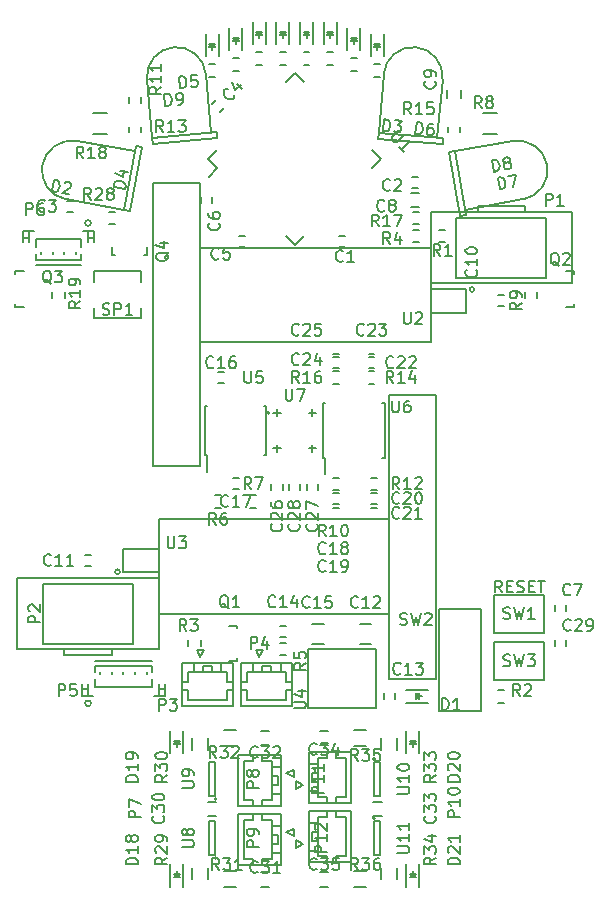
<source format=gto>
G04 #@! TF.FileFunction,Legend,Top*
%FSLAX46Y46*%
G04 Gerber Fmt 4.6, Leading zero omitted, Abs format (unit mm)*
G04 Created by KiCad (PCBNEW 4.0.1-stable) date 2016/12/28 23:00:58*
%MOMM*%
G01*
G04 APERTURE LIST*
%ADD10C,0.100000*%
%ADD11C,0.200000*%
%ADD12C,0.150000*%
G04 APERTURE END LIST*
D10*
D11*
X131500000Y-149500000D02*
X151000000Y-149500000D01*
X131500000Y-141500000D02*
X131500000Y-149500000D01*
X151000000Y-141500000D02*
X131500000Y-141500000D01*
X154500000Y-126500000D02*
X135000000Y-126500000D01*
X154500000Y-118500000D02*
X154500000Y-126500000D01*
X135000000Y-118500000D02*
X154500000Y-118500000D01*
X155000000Y-155000000D02*
X155000000Y-131000000D01*
X151000000Y-155000000D02*
X155000000Y-155000000D01*
X151000000Y-131000000D02*
X151000000Y-155000000D01*
X155000000Y-131000000D02*
X151000000Y-131000000D01*
X131000000Y-113000000D02*
X131000000Y-137000000D01*
X135000000Y-113000000D02*
X131000000Y-113000000D01*
X135000000Y-137000000D02*
X135000000Y-113000000D01*
X131000000Y-137000000D02*
X135000000Y-137000000D01*
D12*
X158500000Y-115500000D02*
X158500000Y-115000000D01*
X158500000Y-115000000D02*
X162500000Y-115000000D01*
X162500000Y-115000000D02*
X162500000Y-115500000D01*
X166500000Y-115500000D02*
X166500000Y-121500000D01*
X166500000Y-121500000D02*
X154500000Y-121500000D01*
X154500000Y-121500000D02*
X154500000Y-118500000D01*
X154500000Y-118500000D02*
X154500000Y-115500000D01*
X154500000Y-115500000D02*
X166500000Y-115500000D01*
X156690000Y-115960000D02*
X164310000Y-115960000D01*
X164310000Y-115960000D02*
X164310000Y-121040000D01*
X164310000Y-121040000D02*
X156690000Y-121040000D01*
X156690000Y-121040000D02*
X156690000Y-115960000D01*
X150350000Y-166600000D02*
X149650000Y-166600000D01*
X149650000Y-165400000D02*
X150350000Y-165400000D01*
X145150000Y-159400000D02*
X145850000Y-159400000D01*
X145850000Y-160600000D02*
X145150000Y-160600000D01*
X145850000Y-172600000D02*
X145150000Y-172600000D01*
X145150000Y-171400000D02*
X145850000Y-171400000D01*
X152450000Y-159400000D02*
X152450000Y-161300000D01*
X153550000Y-159400000D02*
X153550000Y-161300000D01*
X153000000Y-160300000D02*
X153000000Y-160750000D01*
X153250000Y-160250000D02*
X152750000Y-160250000D01*
X153000000Y-160250000D02*
X153250000Y-160500000D01*
X153250000Y-160500000D02*
X152750000Y-160500000D01*
X152750000Y-160500000D02*
X153000000Y-160250000D01*
X153550000Y-172600000D02*
X153550000Y-170700000D01*
X152450000Y-172600000D02*
X152450000Y-170700000D01*
X153000000Y-171700000D02*
X153000000Y-171250000D01*
X152750000Y-171750000D02*
X153250000Y-171750000D01*
X153000000Y-171750000D02*
X152750000Y-171500000D01*
X152750000Y-171500000D02*
X153250000Y-171500000D01*
X153250000Y-171500000D02*
X153000000Y-171750000D01*
X144200000Y-165550000D02*
X147800000Y-165550000D01*
X147800000Y-165550000D02*
X147800000Y-161200000D01*
X147800000Y-161200000D02*
X144200000Y-161200000D01*
X144200000Y-161200000D02*
X144200000Y-165550000D01*
X143700000Y-164000000D02*
X143100000Y-164300000D01*
X143100000Y-164300000D02*
X143100000Y-163700000D01*
X143100000Y-163700000D02*
X143700000Y-164000000D01*
X146500000Y-165550000D02*
X146500000Y-165050000D01*
X146500000Y-165050000D02*
X147300000Y-165050000D01*
X147300000Y-165050000D02*
X147300000Y-161700000D01*
X147300000Y-161700000D02*
X146500000Y-161700000D01*
X146500000Y-161700000D02*
X146500000Y-161200000D01*
X145750000Y-165550000D02*
X145750000Y-165050000D01*
X145750000Y-165050000D02*
X144950000Y-165050000D01*
X144950000Y-165050000D02*
X144950000Y-164550000D01*
X144950000Y-164550000D02*
X144200000Y-164550000D01*
X145750000Y-161200000D02*
X145750000Y-161700000D01*
X145750000Y-161700000D02*
X144950000Y-161700000D01*
X144950000Y-161700000D02*
X144950000Y-162200000D01*
X144950000Y-162200000D02*
X144200000Y-162200000D01*
X144950000Y-164550000D02*
X144950000Y-163750000D01*
X144950000Y-163750000D02*
X144450000Y-163750000D01*
X144450000Y-163750000D02*
X144450000Y-163000000D01*
X144450000Y-163000000D02*
X144950000Y-163000000D01*
X144950000Y-163000000D02*
X144950000Y-163750000D01*
X144950000Y-163750000D02*
X144450000Y-163750000D01*
X144450000Y-163750000D02*
X144450000Y-163000000D01*
X144450000Y-163000000D02*
X144950000Y-163000000D01*
X144950000Y-163000000D02*
X144950000Y-162200000D01*
X144200000Y-170550000D02*
X147800000Y-170550000D01*
X147800000Y-170550000D02*
X147800000Y-166200000D01*
X147800000Y-166200000D02*
X144200000Y-166200000D01*
X144200000Y-166200000D02*
X144200000Y-170550000D01*
X143700000Y-169000000D02*
X143100000Y-169300000D01*
X143100000Y-169300000D02*
X143100000Y-168700000D01*
X143100000Y-168700000D02*
X143700000Y-169000000D01*
X146500000Y-170550000D02*
X146500000Y-170050000D01*
X146500000Y-170050000D02*
X147300000Y-170050000D01*
X147300000Y-170050000D02*
X147300000Y-166700000D01*
X147300000Y-166700000D02*
X146500000Y-166700000D01*
X146500000Y-166700000D02*
X146500000Y-166200000D01*
X145750000Y-170550000D02*
X145750000Y-170050000D01*
X145750000Y-170050000D02*
X144950000Y-170050000D01*
X144950000Y-170050000D02*
X144950000Y-169550000D01*
X144950000Y-169550000D02*
X144200000Y-169550000D01*
X145750000Y-166200000D02*
X145750000Y-166700000D01*
X145750000Y-166700000D02*
X144950000Y-166700000D01*
X144950000Y-166700000D02*
X144950000Y-167200000D01*
X144950000Y-167200000D02*
X144200000Y-167200000D01*
X144950000Y-169550000D02*
X144950000Y-168750000D01*
X144950000Y-168750000D02*
X144450000Y-168750000D01*
X144450000Y-168750000D02*
X144450000Y-168000000D01*
X144450000Y-168000000D02*
X144950000Y-168000000D01*
X144950000Y-168000000D02*
X144950000Y-168750000D01*
X144950000Y-168750000D02*
X144450000Y-168750000D01*
X144450000Y-168750000D02*
X144450000Y-168000000D01*
X144450000Y-168000000D02*
X144950000Y-168000000D01*
X144950000Y-168000000D02*
X144950000Y-167200000D01*
X150325000Y-161000000D02*
X150325000Y-160000000D01*
X151675000Y-160000000D02*
X151675000Y-161000000D01*
X151675000Y-171000000D02*
X151675000Y-172000000D01*
X150325000Y-172000000D02*
X150325000Y-171000000D01*
X148000000Y-159325000D02*
X149000000Y-159325000D01*
X149000000Y-160675000D02*
X148000000Y-160675000D01*
X148000000Y-171325000D02*
X149000000Y-171325000D01*
X149000000Y-172675000D02*
X148000000Y-172675000D01*
X149800000Y-161800000D02*
G75*
G03X149800000Y-161800000I-100000J0D01*
G01*
X150250000Y-162050000D02*
X149750000Y-162050000D01*
X150250000Y-164950000D02*
X150250000Y-162050000D01*
X149750000Y-164950000D02*
X150250000Y-164950000D01*
X149750000Y-162050000D02*
X149750000Y-164950000D01*
X149800000Y-166800000D02*
G75*
G03X149800000Y-166800000I-100000J0D01*
G01*
X150250000Y-167050000D02*
X149750000Y-167050000D01*
X150250000Y-169950000D02*
X150250000Y-167050000D01*
X149750000Y-169950000D02*
X150250000Y-169950000D01*
X149750000Y-167050000D02*
X149750000Y-169950000D01*
X135650000Y-165400000D02*
X136350000Y-165400000D01*
X136350000Y-166600000D02*
X135650000Y-166600000D01*
X140850000Y-172600000D02*
X140150000Y-172600000D01*
X140150000Y-171400000D02*
X140850000Y-171400000D01*
X140150000Y-159400000D02*
X140850000Y-159400000D01*
X140850000Y-160600000D02*
X140150000Y-160600000D01*
X133550000Y-172600000D02*
X133550000Y-170700000D01*
X132450000Y-172600000D02*
X132450000Y-170700000D01*
X133000000Y-171700000D02*
X133000000Y-171250000D01*
X132750000Y-171750000D02*
X133250000Y-171750000D01*
X133000000Y-171750000D02*
X132750000Y-171500000D01*
X132750000Y-171500000D02*
X133250000Y-171500000D01*
X133250000Y-171500000D02*
X133000000Y-171750000D01*
X132450000Y-159400000D02*
X132450000Y-161300000D01*
X133550000Y-159400000D02*
X133550000Y-161300000D01*
X133000000Y-160300000D02*
X133000000Y-160750000D01*
X133250000Y-160250000D02*
X132750000Y-160250000D01*
X133000000Y-160250000D02*
X133250000Y-160500000D01*
X133250000Y-160500000D02*
X132750000Y-160500000D01*
X132750000Y-160500000D02*
X133000000Y-160250000D01*
X141800000Y-166450000D02*
X138200000Y-166450000D01*
X138200000Y-166450000D02*
X138200000Y-170800000D01*
X138200000Y-170800000D02*
X141800000Y-170800000D01*
X141800000Y-170800000D02*
X141800000Y-166450000D01*
X142300000Y-168000000D02*
X142900000Y-167700000D01*
X142900000Y-167700000D02*
X142900000Y-168300000D01*
X142900000Y-168300000D02*
X142300000Y-168000000D01*
X139500000Y-166450000D02*
X139500000Y-166950000D01*
X139500000Y-166950000D02*
X138700000Y-166950000D01*
X138700000Y-166950000D02*
X138700000Y-170300000D01*
X138700000Y-170300000D02*
X139500000Y-170300000D01*
X139500000Y-170300000D02*
X139500000Y-170800000D01*
X140250000Y-166450000D02*
X140250000Y-166950000D01*
X140250000Y-166950000D02*
X141050000Y-166950000D01*
X141050000Y-166950000D02*
X141050000Y-167450000D01*
X141050000Y-167450000D02*
X141800000Y-167450000D01*
X140250000Y-170800000D02*
X140250000Y-170300000D01*
X140250000Y-170300000D02*
X141050000Y-170300000D01*
X141050000Y-170300000D02*
X141050000Y-169800000D01*
X141050000Y-169800000D02*
X141800000Y-169800000D01*
X141050000Y-167450000D02*
X141050000Y-168250000D01*
X141050000Y-168250000D02*
X141550000Y-168250000D01*
X141550000Y-168250000D02*
X141550000Y-169000000D01*
X141550000Y-169000000D02*
X141050000Y-169000000D01*
X141050000Y-169000000D02*
X141050000Y-168250000D01*
X141050000Y-168250000D02*
X141550000Y-168250000D01*
X141550000Y-168250000D02*
X141550000Y-169000000D01*
X141550000Y-169000000D02*
X141050000Y-169000000D01*
X141050000Y-169000000D02*
X141050000Y-169800000D01*
X141800000Y-161450000D02*
X138200000Y-161450000D01*
X138200000Y-161450000D02*
X138200000Y-165800000D01*
X138200000Y-165800000D02*
X141800000Y-165800000D01*
X141800000Y-165800000D02*
X141800000Y-161450000D01*
X142300000Y-163000000D02*
X142900000Y-162700000D01*
X142900000Y-162700000D02*
X142900000Y-163300000D01*
X142900000Y-163300000D02*
X142300000Y-163000000D01*
X139500000Y-161450000D02*
X139500000Y-161950000D01*
X139500000Y-161950000D02*
X138700000Y-161950000D01*
X138700000Y-161950000D02*
X138700000Y-165300000D01*
X138700000Y-165300000D02*
X139500000Y-165300000D01*
X139500000Y-165300000D02*
X139500000Y-165800000D01*
X140250000Y-161450000D02*
X140250000Y-161950000D01*
X140250000Y-161950000D02*
X141050000Y-161950000D01*
X141050000Y-161950000D02*
X141050000Y-162450000D01*
X141050000Y-162450000D02*
X141800000Y-162450000D01*
X140250000Y-165800000D02*
X140250000Y-165300000D01*
X140250000Y-165300000D02*
X141050000Y-165300000D01*
X141050000Y-165300000D02*
X141050000Y-164800000D01*
X141050000Y-164800000D02*
X141800000Y-164800000D01*
X141050000Y-162450000D02*
X141050000Y-163250000D01*
X141050000Y-163250000D02*
X141550000Y-163250000D01*
X141550000Y-163250000D02*
X141550000Y-164000000D01*
X141550000Y-164000000D02*
X141050000Y-164000000D01*
X141050000Y-164000000D02*
X141050000Y-163250000D01*
X141050000Y-163250000D02*
X141550000Y-163250000D01*
X141550000Y-163250000D02*
X141550000Y-164000000D01*
X141550000Y-164000000D02*
X141050000Y-164000000D01*
X141050000Y-164000000D02*
X141050000Y-164800000D01*
X135675000Y-171000000D02*
X135675000Y-172000000D01*
X134325000Y-172000000D02*
X134325000Y-171000000D01*
X134325000Y-161000000D02*
X134325000Y-160000000D01*
X135675000Y-160000000D02*
X135675000Y-161000000D01*
X138000000Y-172675000D02*
X137000000Y-172675000D01*
X137000000Y-171325000D02*
X138000000Y-171325000D01*
X138000000Y-160675000D02*
X137000000Y-160675000D01*
X137000000Y-159325000D02*
X138000000Y-159325000D01*
X136400000Y-170200000D02*
G75*
G03X136400000Y-170200000I-100000J0D01*
G01*
X135750000Y-169950000D02*
X136250000Y-169950000D01*
X135750000Y-167050000D02*
X135750000Y-169950000D01*
X136250000Y-167050000D02*
X135750000Y-167050000D01*
X136250000Y-169950000D02*
X136250000Y-167050000D01*
X136400000Y-165200000D02*
G75*
G03X136400000Y-165200000I-100000J0D01*
G01*
X135750000Y-164950000D02*
X136250000Y-164950000D01*
X135750000Y-162050000D02*
X135750000Y-164950000D01*
X136250000Y-162050000D02*
X135750000Y-162050000D01*
X136250000Y-164950000D02*
X136250000Y-162050000D01*
X145375000Y-136325000D02*
X145600000Y-136325000D01*
X145375000Y-131675000D02*
X145600000Y-131675000D01*
X150625000Y-131675000D02*
X150400000Y-131675000D01*
X150625000Y-136325000D02*
X150400000Y-136325000D01*
X145375000Y-136325000D02*
X145375000Y-131675000D01*
X150625000Y-136325000D02*
X150625000Y-131675000D01*
X145600000Y-136325000D02*
X145600000Y-137675000D01*
X125750000Y-157087500D02*
G75*
G03X125750000Y-157087500I-250000J0D01*
G01*
X126100000Y-153537500D02*
X130900000Y-153537500D01*
X125000000Y-155437500D02*
X125000000Y-156437500D01*
X125000000Y-156437500D02*
X125900000Y-156437500D01*
X125500000Y-156437500D02*
X125500000Y-155437500D01*
X125500000Y-155437500D02*
X125500000Y-155437500D01*
X125500000Y-155437500D02*
X125500000Y-156437500D01*
X125500000Y-156437500D02*
X125500000Y-156437500D01*
X125500000Y-155837500D02*
X125500000Y-155837500D01*
X125500000Y-155837500D02*
X125000000Y-155837500D01*
X125000000Y-155837500D02*
X125000000Y-155837500D01*
X125000000Y-155837500D02*
X125500000Y-155837500D01*
X132000000Y-155437500D02*
X132000000Y-156437500D01*
X132000000Y-156437500D02*
X131100000Y-156437500D01*
X131500000Y-156437500D02*
X131500000Y-155437500D01*
X131500000Y-155437500D02*
X131500000Y-155437500D01*
X131500000Y-155437500D02*
X131500000Y-156437500D01*
X131500000Y-156437500D02*
X131500000Y-156437500D01*
X131500000Y-155837500D02*
X131500000Y-155837500D01*
X131500000Y-155837500D02*
X132000000Y-155837500D01*
X132000000Y-155837500D02*
X132000000Y-155837500D01*
X132000000Y-155837500D02*
X131500000Y-155837500D01*
X126100000Y-154437500D02*
X126100000Y-153937500D01*
X126100000Y-153937500D02*
X130900000Y-153937500D01*
X130900000Y-153937500D02*
X130900000Y-154437500D01*
X126100000Y-155037500D02*
X126100000Y-155687500D01*
X126100000Y-155687500D02*
X130900000Y-155687500D01*
X130900000Y-155687500D02*
X130900000Y-155037500D01*
X126500000Y-154437500D02*
X126500000Y-154637500D01*
X127500000Y-154437500D02*
X127500000Y-154637500D01*
X128500000Y-154437500D02*
X128500000Y-154637500D01*
X129500000Y-154437500D02*
X129500000Y-154637500D01*
X130500000Y-154437500D02*
X130500000Y-154637500D01*
X152850000Y-113900000D02*
X153550000Y-113900000D01*
X153550000Y-115100000D02*
X152850000Y-115100000D01*
X157100000Y-105150000D02*
X157100000Y-105850000D01*
X155900000Y-105850000D02*
X155900000Y-105150000D01*
X145500000Y-150400000D02*
X144500000Y-150400000D01*
X144500000Y-152100000D02*
X145500000Y-152100000D01*
X149450000Y-100400000D02*
X149450000Y-102300000D01*
X150550000Y-100400000D02*
X150550000Y-102300000D01*
X150000000Y-101300000D02*
X150000000Y-101750000D01*
X150250000Y-101250000D02*
X149750000Y-101250000D01*
X150000000Y-101250000D02*
X150250000Y-101500000D01*
X150250000Y-101500000D02*
X149750000Y-101500000D01*
X149750000Y-101500000D02*
X150000000Y-101250000D01*
X147450000Y-99900000D02*
X147450000Y-101800000D01*
X148550000Y-99900000D02*
X148550000Y-101800000D01*
X148000000Y-100800000D02*
X148000000Y-101250000D01*
X148250000Y-100750000D02*
X147750000Y-100750000D01*
X148000000Y-100750000D02*
X148250000Y-101000000D01*
X148250000Y-101000000D02*
X147750000Y-101000000D01*
X147750000Y-101000000D02*
X148000000Y-100750000D01*
X145450000Y-99400000D02*
X145450000Y-101300000D01*
X146550000Y-99400000D02*
X146550000Y-101300000D01*
X146000000Y-100300000D02*
X146000000Y-100750000D01*
X146250000Y-100250000D02*
X145750000Y-100250000D01*
X146000000Y-100250000D02*
X146250000Y-100500000D01*
X146250000Y-100500000D02*
X145750000Y-100500000D01*
X145750000Y-100500000D02*
X146000000Y-100250000D01*
X143450000Y-99400000D02*
X143450000Y-101300000D01*
X144550000Y-99400000D02*
X144550000Y-101300000D01*
X144000000Y-100300000D02*
X144000000Y-100750000D01*
X144250000Y-100250000D02*
X143750000Y-100250000D01*
X144000000Y-100250000D02*
X144250000Y-100500000D01*
X144250000Y-100500000D02*
X143750000Y-100500000D01*
X143750000Y-100500000D02*
X144000000Y-100250000D01*
X166650240Y-123299160D02*
X166650240Y-123250900D01*
X165949200Y-120500180D02*
X166650240Y-120500180D01*
X166650240Y-120500180D02*
X166650240Y-120749100D01*
X166650240Y-123299160D02*
X166650240Y-123499820D01*
X166650240Y-123499820D02*
X165949200Y-123499820D01*
X119349760Y-120700840D02*
X119349760Y-120749100D01*
X120050800Y-123499820D02*
X119349760Y-123499820D01*
X119349760Y-123499820D02*
X119349760Y-123250900D01*
X119349760Y-120700840D02*
X119349760Y-120500180D01*
X119349760Y-120500180D02*
X120050800Y-120500180D01*
X127700840Y-119150240D02*
X127749100Y-119150240D01*
X130499820Y-118449200D02*
X130499820Y-119150240D01*
X130499820Y-119150240D02*
X130250900Y-119150240D01*
X127700840Y-119150240D02*
X127500180Y-119150240D01*
X127500180Y-119150240D02*
X127500180Y-118449200D01*
X135425000Y-136075000D02*
X135570000Y-136075000D01*
X135425000Y-131925000D02*
X135570000Y-131925000D01*
X140575000Y-131925000D02*
X140430000Y-131925000D01*
X140575000Y-136075000D02*
X140430000Y-136075000D01*
X135425000Y-136075000D02*
X135425000Y-131925000D01*
X140575000Y-136075000D02*
X140575000Y-131925000D01*
X135570000Y-136075000D02*
X135570000Y-137475000D01*
X152400000Y-157050000D02*
X154300000Y-157050000D01*
X152400000Y-155950000D02*
X154300000Y-155950000D01*
X153300000Y-156500000D02*
X153750000Y-156500000D01*
X153250000Y-156250000D02*
X153250000Y-156750000D01*
X153250000Y-156500000D02*
X153500000Y-156250000D01*
X153500000Y-156250000D02*
X153500000Y-156750000D01*
X153500000Y-156750000D02*
X153250000Y-156500000D01*
X125750000Y-116412500D02*
G75*
G03X125750000Y-116412500I-250000J0D01*
G01*
X124900000Y-119962500D02*
X121100000Y-119962500D01*
X126000000Y-118062500D02*
X126000000Y-117062500D01*
X126000000Y-117062500D02*
X125100000Y-117062500D01*
X125500000Y-117062500D02*
X125500000Y-118062500D01*
X125500000Y-118062500D02*
X125500000Y-118062500D01*
X125500000Y-118062500D02*
X125500000Y-117062500D01*
X125500000Y-117062500D02*
X125500000Y-117062500D01*
X125500000Y-117662500D02*
X125500000Y-117662500D01*
X125500000Y-117662500D02*
X126000000Y-117662500D01*
X126000000Y-117662500D02*
X126000000Y-117662500D01*
X126000000Y-117662500D02*
X125500000Y-117662500D01*
X120000000Y-118062500D02*
X120000000Y-117062500D01*
X120000000Y-117062500D02*
X120900000Y-117062500D01*
X120500000Y-117062500D02*
X120500000Y-118062500D01*
X120500000Y-118062500D02*
X120500000Y-118062500D01*
X120500000Y-118062500D02*
X120500000Y-117062500D01*
X120500000Y-117062500D02*
X120500000Y-117062500D01*
X120500000Y-117662500D02*
X120500000Y-117662500D01*
X120500000Y-117662500D02*
X120000000Y-117662500D01*
X120000000Y-117662500D02*
X120000000Y-117662500D01*
X120000000Y-117662500D02*
X120500000Y-117662500D01*
X124900000Y-119062500D02*
X124900000Y-119562500D01*
X124900000Y-119562500D02*
X121100000Y-119562500D01*
X121100000Y-119562500D02*
X121100000Y-119062500D01*
X124900000Y-118462500D02*
X124900000Y-117812500D01*
X124900000Y-117812500D02*
X121100000Y-117812500D01*
X121100000Y-117812500D02*
X121100000Y-118462500D01*
X124500000Y-119062500D02*
X124500000Y-118862500D01*
X123500000Y-119062500D02*
X123500000Y-118862500D01*
X122500000Y-119062500D02*
X122500000Y-118862500D01*
X121500000Y-119062500D02*
X121500000Y-118862500D01*
X147250000Y-117525000D02*
X146750000Y-117525000D01*
X146750000Y-118475000D02*
X147250000Y-118475000D01*
X153450000Y-112525000D02*
X152950000Y-112525000D01*
X152950000Y-113475000D02*
X153450000Y-113475000D01*
X123750000Y-115475000D02*
X124250000Y-115475000D01*
X124250000Y-114525000D02*
X123750000Y-114525000D01*
X136340901Y-105987348D02*
X135987348Y-106340901D01*
X136659099Y-107012652D02*
X137012652Y-106659099D01*
X138250000Y-118475000D02*
X138750000Y-118475000D01*
X138750000Y-117525000D02*
X138250000Y-117525000D01*
X135975000Y-114750000D02*
X135975000Y-114250000D01*
X135025000Y-114250000D02*
X135025000Y-114750000D01*
X165975000Y-149250000D02*
X165975000Y-148750000D01*
X165025000Y-148750000D02*
X165025000Y-149250000D01*
X160750000Y-122525000D02*
X160250000Y-122525000D01*
X160250000Y-123475000D02*
X160750000Y-123475000D01*
X125250000Y-145475000D02*
X125750000Y-145475000D01*
X125750000Y-144525000D02*
X125250000Y-144525000D01*
X150525000Y-156250000D02*
X150525000Y-156750000D01*
X151475000Y-156750000D02*
X151475000Y-156250000D01*
X141750000Y-151475000D02*
X142250000Y-151475000D01*
X142250000Y-150525000D02*
X141750000Y-150525000D01*
X137000000Y-129025000D02*
X136500000Y-129025000D01*
X136500000Y-129975000D02*
X137000000Y-129975000D01*
X138250000Y-138025000D02*
X137750000Y-138025000D01*
X137750000Y-138975000D02*
X138250000Y-138975000D01*
X146750000Y-139275000D02*
X146250000Y-139275000D01*
X146250000Y-140225000D02*
X146750000Y-140225000D01*
X146250000Y-141475000D02*
X146750000Y-141475000D01*
X146750000Y-140525000D02*
X146250000Y-140525000D01*
X149500000Y-140225000D02*
X150000000Y-140225000D01*
X150000000Y-139275000D02*
X149500000Y-139275000D01*
X150000000Y-140525000D02*
X149500000Y-140525000D01*
X149500000Y-141475000D02*
X150000000Y-141475000D01*
X149250000Y-128725000D02*
X149750000Y-128725000D01*
X149750000Y-127775000D02*
X149250000Y-127775000D01*
X149750000Y-126525000D02*
X149250000Y-126525000D01*
X149250000Y-127475000D02*
X149750000Y-127475000D01*
X146750000Y-127775000D02*
X146250000Y-127775000D01*
X146250000Y-128725000D02*
X146750000Y-128725000D01*
X146250000Y-127475000D02*
X146750000Y-127475000D01*
X146750000Y-126525000D02*
X146250000Y-126525000D01*
X141975000Y-139000000D02*
X141975000Y-138500000D01*
X141025000Y-138500000D02*
X141025000Y-139000000D01*
X144025000Y-138500000D02*
X144025000Y-139000000D01*
X144975000Y-139000000D02*
X144975000Y-138500000D01*
X143475000Y-139000000D02*
X143475000Y-138500000D01*
X142525000Y-138500000D02*
X142525000Y-139000000D01*
X133450000Y-153700000D02*
X133450000Y-157300000D01*
X133450000Y-157300000D02*
X137800000Y-157300000D01*
X137800000Y-157300000D02*
X137800000Y-153700000D01*
X137800000Y-153700000D02*
X133450000Y-153700000D01*
X135000000Y-153200000D02*
X134700000Y-152600000D01*
X134700000Y-152600000D02*
X135300000Y-152600000D01*
X135300000Y-152600000D02*
X135000000Y-153200000D01*
X133450000Y-156000000D02*
X133950000Y-156000000D01*
X133950000Y-156000000D02*
X133950000Y-156800000D01*
X133950000Y-156800000D02*
X137300000Y-156800000D01*
X137300000Y-156800000D02*
X137300000Y-156000000D01*
X137300000Y-156000000D02*
X137800000Y-156000000D01*
X133450000Y-155250000D02*
X133950000Y-155250000D01*
X133950000Y-155250000D02*
X133950000Y-154450000D01*
X133950000Y-154450000D02*
X134450000Y-154450000D01*
X134450000Y-154450000D02*
X134450000Y-153700000D01*
X137800000Y-155250000D02*
X137300000Y-155250000D01*
X137300000Y-155250000D02*
X137300000Y-154450000D01*
X137300000Y-154450000D02*
X136800000Y-154450000D01*
X136800000Y-154450000D02*
X136800000Y-153700000D01*
X134450000Y-154450000D02*
X135250000Y-154450000D01*
X135250000Y-154450000D02*
X135250000Y-153950000D01*
X135250000Y-153950000D02*
X136000000Y-153950000D01*
X136000000Y-153950000D02*
X136000000Y-154450000D01*
X136000000Y-154450000D02*
X135250000Y-154450000D01*
X135250000Y-154450000D02*
X135250000Y-153950000D01*
X135250000Y-153950000D02*
X136000000Y-153950000D01*
X136000000Y-153950000D02*
X136000000Y-154450000D01*
X136000000Y-154450000D02*
X136800000Y-154450000D01*
X138450000Y-153700000D02*
X138450000Y-157300000D01*
X138450000Y-157300000D02*
X142800000Y-157300000D01*
X142800000Y-157300000D02*
X142800000Y-153700000D01*
X142800000Y-153700000D02*
X138450000Y-153700000D01*
X140000000Y-153200000D02*
X139700000Y-152600000D01*
X139700000Y-152600000D02*
X140300000Y-152600000D01*
X140300000Y-152600000D02*
X140000000Y-153200000D01*
X138450000Y-156000000D02*
X138950000Y-156000000D01*
X138950000Y-156000000D02*
X138950000Y-156800000D01*
X138950000Y-156800000D02*
X142300000Y-156800000D01*
X142300000Y-156800000D02*
X142300000Y-156000000D01*
X142300000Y-156000000D02*
X142800000Y-156000000D01*
X138450000Y-155250000D02*
X138950000Y-155250000D01*
X138950000Y-155250000D02*
X138950000Y-154450000D01*
X138950000Y-154450000D02*
X139450000Y-154450000D01*
X139450000Y-154450000D02*
X139450000Y-153700000D01*
X142800000Y-155250000D02*
X142300000Y-155250000D01*
X142300000Y-155250000D02*
X142300000Y-154450000D01*
X142300000Y-154450000D02*
X141800000Y-154450000D01*
X141800000Y-154450000D02*
X141800000Y-153700000D01*
X139450000Y-154450000D02*
X140250000Y-154450000D01*
X140250000Y-154450000D02*
X140250000Y-153950000D01*
X140250000Y-153950000D02*
X141000000Y-153950000D01*
X141000000Y-153950000D02*
X141000000Y-154450000D01*
X141000000Y-154450000D02*
X140250000Y-154450000D01*
X140250000Y-154450000D02*
X140250000Y-153950000D01*
X140250000Y-153950000D02*
X141000000Y-153950000D01*
X141000000Y-153950000D02*
X141000000Y-154450000D01*
X141000000Y-154450000D02*
X141800000Y-154450000D01*
X138150240Y-153299160D02*
X138150240Y-153250900D01*
X137449200Y-150500180D02*
X138150240Y-150500180D01*
X138150240Y-150500180D02*
X138150240Y-150749100D01*
X138150240Y-153299160D02*
X138150240Y-153499820D01*
X138150240Y-153499820D02*
X137449200Y-153499820D01*
X155250000Y-118025000D02*
X155750000Y-118025000D01*
X155750000Y-116975000D02*
X155250000Y-116975000D01*
X160250000Y-157025000D02*
X160750000Y-157025000D01*
X160750000Y-155975000D02*
X160250000Y-155975000D01*
X133975000Y-151750000D02*
X133975000Y-152250000D01*
X135025000Y-152250000D02*
X135025000Y-151750000D01*
X153000000Y-118025000D02*
X153500000Y-118025000D01*
X153500000Y-116975000D02*
X153000000Y-116975000D01*
X141750000Y-153025000D02*
X142250000Y-153025000D01*
X142250000Y-151975000D02*
X141750000Y-151975000D01*
X160100000Y-108875000D02*
X158900000Y-108875000D01*
X158900000Y-107125000D02*
X160100000Y-107125000D01*
X163525000Y-122750000D02*
X163525000Y-122250000D01*
X162475000Y-122250000D02*
X162475000Y-122750000D01*
X146750000Y-137975000D02*
X146250000Y-137975000D01*
X146250000Y-139025000D02*
X146750000Y-139025000D01*
X130025000Y-106250000D02*
X130025000Y-105750000D01*
X128975000Y-105750000D02*
X128975000Y-106250000D01*
X149500000Y-139025000D02*
X150000000Y-139025000D01*
X150000000Y-137975000D02*
X149500000Y-137975000D01*
X128975000Y-108250000D02*
X128975000Y-108750000D01*
X130025000Y-108750000D02*
X130025000Y-108250000D01*
X149250000Y-130025000D02*
X149750000Y-130025000D01*
X149750000Y-128975000D02*
X149250000Y-128975000D01*
X157025000Y-108750000D02*
X157025000Y-108250000D01*
X155975000Y-108250000D02*
X155975000Y-108750000D01*
X146750000Y-128975000D02*
X146250000Y-128975000D01*
X146250000Y-130025000D02*
X146750000Y-130025000D01*
X153000000Y-116525000D02*
X153500000Y-116525000D01*
X153500000Y-115475000D02*
X153000000Y-115475000D01*
X125900000Y-107125000D02*
X127100000Y-107125000D01*
X127100000Y-108875000D02*
X125900000Y-108875000D01*
X122475000Y-122250000D02*
X122475000Y-122750000D01*
X123525000Y-122750000D02*
X123525000Y-122250000D01*
X149750000Y-104025000D02*
X150250000Y-104025000D01*
X150250000Y-102975000D02*
X149750000Y-102975000D01*
X147750000Y-103525000D02*
X148250000Y-103525000D01*
X148250000Y-102475000D02*
X147750000Y-102475000D01*
X145750000Y-103025000D02*
X146250000Y-103025000D01*
X146250000Y-101975000D02*
X145750000Y-101975000D01*
X143750000Y-103025000D02*
X144250000Y-103025000D01*
X144250000Y-101975000D02*
X143750000Y-101975000D01*
X127250000Y-116525000D02*
X127750000Y-116525000D01*
X127750000Y-115475000D02*
X127250000Y-115475000D01*
X144150000Y-152500000D02*
X144150000Y-157500000D01*
X144150000Y-157500000D02*
X149850000Y-157500000D01*
X149850000Y-157500000D02*
X149850000Y-152500000D01*
X149850000Y-152500000D02*
X144150000Y-152500000D01*
X148500000Y-152100000D02*
X149500000Y-152100000D01*
X149500000Y-150400000D02*
X148500000Y-150400000D01*
X165975000Y-152250000D02*
X165975000Y-151750000D01*
X165025000Y-151750000D02*
X165025000Y-152250000D01*
X130000000Y-123600000D02*
X130000000Y-124500000D01*
X130000000Y-124500000D02*
X126000000Y-124500000D01*
X126000000Y-124500000D02*
X126000000Y-123600000D01*
X126000000Y-120500000D02*
X130000000Y-120500000D01*
X130000000Y-120500000D02*
X130000000Y-121400000D01*
X126000000Y-121400000D02*
X126000000Y-120500000D01*
X162000000Y-147900000D02*
X159900000Y-147900000D01*
X159900000Y-147900000D02*
X159900000Y-151100000D01*
X159900000Y-151100000D02*
X164100000Y-151100000D01*
X164100000Y-151100000D02*
X164100000Y-147900000D01*
X164100000Y-147900000D02*
X162000000Y-147900000D01*
X162000000Y-151900000D02*
X159900000Y-151900000D01*
X159900000Y-151900000D02*
X159900000Y-155100000D01*
X159900000Y-155100000D02*
X164100000Y-155100000D01*
X164100000Y-155100000D02*
X164100000Y-151900000D01*
X164100000Y-151900000D02*
X162000000Y-151900000D01*
X155222000Y-153460000D02*
X155222000Y-157778000D01*
X155222000Y-157778000D02*
X158778000Y-157778000D01*
X158778000Y-157778000D02*
X158778000Y-149142000D01*
X158778000Y-149142000D02*
X155222000Y-149142000D01*
X155222000Y-149142000D02*
X155222000Y-153460000D01*
X127500000Y-152500000D02*
X127500000Y-153000000D01*
X127500000Y-153000000D02*
X123500000Y-153000000D01*
X123500000Y-153000000D02*
X123500000Y-152500000D01*
X119500000Y-152500000D02*
X119500000Y-146500000D01*
X119500000Y-146500000D02*
X131500000Y-146500000D01*
X131500000Y-146500000D02*
X131500000Y-149500000D01*
X131500000Y-149500000D02*
X131500000Y-152500000D01*
X131500000Y-152500000D02*
X119500000Y-152500000D01*
X129310000Y-152040000D02*
X121690000Y-152040000D01*
X121690000Y-152040000D02*
X121690000Y-146960000D01*
X121690000Y-146960000D02*
X129310000Y-146960000D01*
X129310000Y-146960000D02*
X129310000Y-152040000D01*
X135681445Y-111000000D02*
X136441585Y-111760140D01*
X143000000Y-103681445D02*
X143760140Y-104441585D01*
X150318555Y-111000000D02*
X149558415Y-110239860D01*
X143000000Y-118318555D02*
X142239860Y-117558415D01*
X135681445Y-111000000D02*
X136441585Y-110239860D01*
X143000000Y-118318555D02*
X143760140Y-117558415D01*
X150318555Y-111000000D02*
X149558415Y-111760140D01*
X143000000Y-103681445D02*
X142239860Y-104441585D01*
X136441585Y-111760140D02*
X135716800Y-112484924D01*
X129073476Y-115375195D02*
X130028541Y-109958753D01*
X130028541Y-109958753D02*
X129536137Y-109871929D01*
X129536137Y-109871929D02*
X128581072Y-115288371D01*
X129449313Y-110364332D02*
X124525274Y-109496092D01*
X128581072Y-115288371D02*
X129073476Y-115375195D01*
X123657033Y-114420130D02*
X128581072Y-115288371D01*
X124525274Y-109496092D02*
G75*
G03X121629134Y-111523990I-434121J-2462019D01*
G01*
X121629134Y-111523991D02*
G75*
G03X123657033Y-114420130I2462019J-434120D01*
G01*
X130965935Y-109719792D02*
X136445006Y-109240435D01*
X136445006Y-109240435D02*
X136401428Y-108742338D01*
X136401428Y-108742338D02*
X130922358Y-109221695D01*
X135903331Y-108785916D02*
X135467552Y-103804942D01*
X130922358Y-109221695D02*
X130965935Y-109719792D01*
X130486579Y-104240721D02*
X130922358Y-109221695D01*
X135467553Y-103804942D02*
G75*
G03X132759176Y-101532345I-2490487J-217890D01*
G01*
X132759177Y-101532345D02*
G75*
G03X130486579Y-104240721I217889J-2490487D01*
G01*
X130965935Y-109719792D02*
X136445006Y-109240435D01*
X136445006Y-109240435D02*
X136401428Y-108742338D01*
X136401428Y-108742338D02*
X130922358Y-109221695D01*
X135903331Y-108785916D02*
X135467552Y-103804942D01*
X130922358Y-109221695D02*
X130965935Y-109719792D01*
X130486579Y-104240721D02*
X130922358Y-109221695D01*
X135467553Y-103804942D02*
G75*
G03X132759176Y-101532345I-2490487J-217890D01*
G01*
X132759177Y-101532345D02*
G75*
G03X130486579Y-104240721I217889J-2490487D01*
G01*
X150053091Y-109284013D02*
X155532162Y-109763370D01*
X155532162Y-109763370D02*
X155575740Y-109265273D01*
X155575740Y-109265273D02*
X150096669Y-108785916D01*
X155077642Y-109221695D02*
X155513421Y-104240721D01*
X150096669Y-108785916D02*
X150053091Y-109284013D01*
X150532448Y-103804942D02*
X150096669Y-108785916D01*
X155513421Y-104240722D02*
G75*
G03X153240824Y-101532345I-2490487J217890D01*
G01*
X153240824Y-101532346D02*
G75*
G03X150532448Y-103804942I-217890J-2490486D01*
G01*
X150053091Y-109284013D02*
X155532162Y-109763370D01*
X155532162Y-109763370D02*
X155575740Y-109265273D01*
X155575740Y-109265273D02*
X150096669Y-108785916D01*
X155077642Y-109221695D02*
X155513421Y-104240721D01*
X150096669Y-108785916D02*
X150053091Y-109284013D01*
X150532448Y-103804942D02*
X150096669Y-108785916D01*
X155513421Y-104240722D02*
G75*
G03X153240824Y-101532345I-2490487J217890D01*
G01*
X153240824Y-101532346D02*
G75*
G03X150532448Y-103804942I-217890J-2490486D01*
G01*
X156058283Y-110451157D02*
X157013348Y-115867599D01*
X157013348Y-115867599D02*
X157505752Y-115780775D01*
X157505752Y-115780775D02*
X156550687Y-110364332D01*
X157418928Y-115288371D02*
X162342967Y-114420130D01*
X156550687Y-110364332D02*
X156058283Y-110451157D01*
X161474726Y-109496092D02*
X156550687Y-110364332D01*
X162342968Y-114420130D02*
G75*
G03X164370866Y-111523990I-434121J2462019D01*
G01*
X164370866Y-111523990D02*
G75*
G03X161474726Y-109496092I-2462019J-434121D01*
G01*
X141450000Y-99400000D02*
X141450000Y-101300000D01*
X142550000Y-99400000D02*
X142550000Y-101300000D01*
X142000000Y-100300000D02*
X142000000Y-100750000D01*
X142250000Y-100250000D02*
X141750000Y-100250000D01*
X142000000Y-100250000D02*
X142250000Y-100500000D01*
X142250000Y-100500000D02*
X141750000Y-100500000D01*
X141750000Y-100500000D02*
X142000000Y-100250000D01*
X139450000Y-99400000D02*
X139450000Y-101300000D01*
X140550000Y-99400000D02*
X140550000Y-101300000D01*
X140000000Y-100300000D02*
X140000000Y-100750000D01*
X140250000Y-100250000D02*
X139750000Y-100250000D01*
X140000000Y-100250000D02*
X140250000Y-100500000D01*
X140250000Y-100500000D02*
X139750000Y-100500000D01*
X139750000Y-100500000D02*
X140000000Y-100250000D01*
X142250000Y-101975000D02*
X141750000Y-101975000D01*
X141750000Y-103025000D02*
X142250000Y-103025000D01*
X140250000Y-101975000D02*
X139750000Y-101975000D01*
X139750000Y-103025000D02*
X140250000Y-103025000D01*
X129073476Y-115375195D02*
X130028541Y-109958753D01*
X130028541Y-109958753D02*
X129536137Y-109871929D01*
X129536137Y-109871929D02*
X128581072Y-115288371D01*
X129449313Y-110364332D02*
X124525274Y-109496092D01*
X128581072Y-115288371D02*
X129073476Y-115375195D01*
X123657033Y-114420130D02*
X128581072Y-115288371D01*
X124525274Y-109496092D02*
G75*
G03X121629134Y-111523990I-434121J-2462019D01*
G01*
X121629134Y-111523991D02*
G75*
G03X123657033Y-114420130I2462019J-434120D01*
G01*
X156058283Y-110451157D02*
X157013348Y-115867599D01*
X157013348Y-115867599D02*
X157505752Y-115780775D01*
X157505752Y-115780775D02*
X156550687Y-110364332D01*
X157418928Y-115288371D02*
X162342967Y-114420130D01*
X156550687Y-110364332D02*
X156058283Y-110451157D01*
X161474726Y-109496092D02*
X156550687Y-110364332D01*
X162342968Y-114420130D02*
G75*
G03X164370866Y-111523990I-434121J2462019D01*
G01*
X164370866Y-111523990D02*
G75*
G03X161474726Y-109496092I-2462019J-434121D01*
G01*
X137450000Y-99900000D02*
X137450000Y-101800000D01*
X138550000Y-99900000D02*
X138550000Y-101800000D01*
X138000000Y-100800000D02*
X138000000Y-101250000D01*
X138250000Y-100750000D02*
X137750000Y-100750000D01*
X138000000Y-100750000D02*
X138250000Y-101000000D01*
X138250000Y-101000000D02*
X137750000Y-101000000D01*
X137750000Y-101000000D02*
X138000000Y-100750000D01*
X135450000Y-100400000D02*
X135450000Y-102300000D01*
X136550000Y-100400000D02*
X136550000Y-102300000D01*
X136000000Y-101300000D02*
X136000000Y-101750000D01*
X136250000Y-101250000D02*
X135750000Y-101250000D01*
X136000000Y-101250000D02*
X136250000Y-101500000D01*
X136250000Y-101500000D02*
X135750000Y-101500000D01*
X135750000Y-101500000D02*
X136000000Y-101250000D01*
X138250000Y-102475000D02*
X137750000Y-102475000D01*
X137750000Y-103525000D02*
X138250000Y-103525000D01*
X136250000Y-102975000D02*
X135750000Y-102975000D01*
X135750000Y-104025000D02*
X136250000Y-104025000D01*
X136750000Y-139475000D02*
X136250000Y-139475000D01*
X136250000Y-140525000D02*
X136750000Y-140525000D01*
X139750000Y-139475000D02*
X139250000Y-139475000D01*
X139250000Y-140525000D02*
X139750000Y-140525000D01*
X158200000Y-122050000D02*
G75*
G03X158200000Y-122050000I-200000J0D01*
G01*
X157500000Y-124000000D02*
X157500000Y-122000000D01*
X157500000Y-122000000D02*
X154500000Y-122000000D01*
X154500000Y-122000000D02*
X154500000Y-124000000D01*
X154500000Y-124000000D02*
X157500000Y-124000000D01*
X128200000Y-145950000D02*
G75*
G03X128200000Y-145950000I-200000J0D01*
G01*
X128500000Y-144000000D02*
X128500000Y-146000000D01*
X128500000Y-146000000D02*
X131500000Y-146000000D01*
X131500000Y-146000000D02*
X131500000Y-144000000D01*
X131500000Y-144000000D02*
X128500000Y-144000000D01*
X144200000Y-132500000D02*
X144800000Y-132500000D01*
X144500000Y-132800000D02*
X144500000Y-132200000D01*
X144500000Y-135200000D02*
X144500000Y-135800000D01*
X144200000Y-135500000D02*
X144800000Y-135500000D01*
X141800000Y-135500000D02*
X141200000Y-135500000D01*
X141500000Y-135200000D02*
X141500000Y-135800000D01*
X141500000Y-132500000D02*
X141200000Y-132500000D01*
X141500000Y-132500000D02*
X141500000Y-132200000D01*
X140850000Y-132500000D02*
G75*
G03X140850000Y-132500000I-100000J0D01*
G01*
X141800000Y-132500000D02*
X141500000Y-132500000D01*
X141500000Y-132500000D02*
X141500000Y-132800000D01*
X164261905Y-114952381D02*
X164261905Y-113952381D01*
X164642858Y-113952381D01*
X164738096Y-114000000D01*
X164785715Y-114047619D01*
X164833334Y-114142857D01*
X164833334Y-114285714D01*
X164785715Y-114380952D01*
X164738096Y-114428571D01*
X164642858Y-114476190D01*
X164261905Y-114476190D01*
X165785715Y-114952381D02*
X165214286Y-114952381D01*
X165500000Y-114952381D02*
X165500000Y-113952381D01*
X165404762Y-114095238D01*
X165309524Y-114190476D01*
X165214286Y-114238095D01*
X156952381Y-166714286D02*
X155952381Y-166714286D01*
X155952381Y-166333333D01*
X156000000Y-166238095D01*
X156047619Y-166190476D01*
X156142857Y-166142857D01*
X156285714Y-166142857D01*
X156380952Y-166190476D01*
X156428571Y-166238095D01*
X156476190Y-166333333D01*
X156476190Y-166714286D01*
X156952381Y-165190476D02*
X156952381Y-165761905D01*
X156952381Y-165476191D02*
X155952381Y-165476191D01*
X156095238Y-165571429D01*
X156190476Y-165666667D01*
X156238095Y-165761905D01*
X155952381Y-164571429D02*
X155952381Y-164476190D01*
X156000000Y-164380952D01*
X156047619Y-164333333D01*
X156142857Y-164285714D01*
X156333333Y-164238095D01*
X156571429Y-164238095D01*
X156761905Y-164285714D01*
X156857143Y-164333333D01*
X156904762Y-164380952D01*
X156952381Y-164476190D01*
X156952381Y-164571429D01*
X156904762Y-164666667D01*
X156857143Y-164714286D01*
X156761905Y-164761905D01*
X156571429Y-164809524D01*
X156333333Y-164809524D01*
X156142857Y-164761905D01*
X156047619Y-164714286D01*
X156000000Y-164666667D01*
X155952381Y-164571429D01*
X154857143Y-166642857D02*
X154904762Y-166690476D01*
X154952381Y-166833333D01*
X154952381Y-166928571D01*
X154904762Y-167071429D01*
X154809524Y-167166667D01*
X154714286Y-167214286D01*
X154523810Y-167261905D01*
X154380952Y-167261905D01*
X154190476Y-167214286D01*
X154095238Y-167166667D01*
X154000000Y-167071429D01*
X153952381Y-166928571D01*
X153952381Y-166833333D01*
X154000000Y-166690476D01*
X154047619Y-166642857D01*
X153952381Y-166309524D02*
X153952381Y-165690476D01*
X154333333Y-166023810D01*
X154333333Y-165880952D01*
X154380952Y-165785714D01*
X154428571Y-165738095D01*
X154523810Y-165690476D01*
X154761905Y-165690476D01*
X154857143Y-165738095D01*
X154904762Y-165785714D01*
X154952381Y-165880952D01*
X154952381Y-166166667D01*
X154904762Y-166261905D01*
X154857143Y-166309524D01*
X153952381Y-165357143D02*
X153952381Y-164738095D01*
X154333333Y-165071429D01*
X154333333Y-164928571D01*
X154380952Y-164833333D01*
X154428571Y-164785714D01*
X154523810Y-164738095D01*
X154761905Y-164738095D01*
X154857143Y-164785714D01*
X154904762Y-164833333D01*
X154952381Y-164928571D01*
X154952381Y-165214286D01*
X154904762Y-165309524D01*
X154857143Y-165357143D01*
X144857143Y-161357143D02*
X144809524Y-161404762D01*
X144666667Y-161452381D01*
X144571429Y-161452381D01*
X144428571Y-161404762D01*
X144333333Y-161309524D01*
X144285714Y-161214286D01*
X144238095Y-161023810D01*
X144238095Y-160880952D01*
X144285714Y-160690476D01*
X144333333Y-160595238D01*
X144428571Y-160500000D01*
X144571429Y-160452381D01*
X144666667Y-160452381D01*
X144809524Y-160500000D01*
X144857143Y-160547619D01*
X145190476Y-160452381D02*
X145809524Y-160452381D01*
X145476190Y-160833333D01*
X145619048Y-160833333D01*
X145714286Y-160880952D01*
X145761905Y-160928571D01*
X145809524Y-161023810D01*
X145809524Y-161261905D01*
X145761905Y-161357143D01*
X145714286Y-161404762D01*
X145619048Y-161452381D01*
X145333333Y-161452381D01*
X145238095Y-161404762D01*
X145190476Y-161357143D01*
X146666667Y-160785714D02*
X146666667Y-161452381D01*
X146428571Y-160404762D02*
X146190476Y-161119048D01*
X146809524Y-161119048D01*
X144857143Y-171107143D02*
X144809524Y-171154762D01*
X144666667Y-171202381D01*
X144571429Y-171202381D01*
X144428571Y-171154762D01*
X144333333Y-171059524D01*
X144285714Y-170964286D01*
X144238095Y-170773810D01*
X144238095Y-170630952D01*
X144285714Y-170440476D01*
X144333333Y-170345238D01*
X144428571Y-170250000D01*
X144571429Y-170202381D01*
X144666667Y-170202381D01*
X144809524Y-170250000D01*
X144857143Y-170297619D01*
X145190476Y-170202381D02*
X145809524Y-170202381D01*
X145476190Y-170583333D01*
X145619048Y-170583333D01*
X145714286Y-170630952D01*
X145761905Y-170678571D01*
X145809524Y-170773810D01*
X145809524Y-171011905D01*
X145761905Y-171107143D01*
X145714286Y-171154762D01*
X145619048Y-171202381D01*
X145333333Y-171202381D01*
X145238095Y-171154762D01*
X145190476Y-171107143D01*
X146714286Y-170202381D02*
X146238095Y-170202381D01*
X146190476Y-170678571D01*
X146238095Y-170630952D01*
X146333333Y-170583333D01*
X146571429Y-170583333D01*
X146666667Y-170630952D01*
X146714286Y-170678571D01*
X146761905Y-170773810D01*
X146761905Y-171011905D01*
X146714286Y-171107143D01*
X146666667Y-171154762D01*
X146571429Y-171202381D01*
X146333333Y-171202381D01*
X146238095Y-171154762D01*
X146190476Y-171107143D01*
X156952381Y-163714286D02*
X155952381Y-163714286D01*
X155952381Y-163476191D01*
X156000000Y-163333333D01*
X156095238Y-163238095D01*
X156190476Y-163190476D01*
X156380952Y-163142857D01*
X156523810Y-163142857D01*
X156714286Y-163190476D01*
X156809524Y-163238095D01*
X156904762Y-163333333D01*
X156952381Y-163476191D01*
X156952381Y-163714286D01*
X156047619Y-162761905D02*
X156000000Y-162714286D01*
X155952381Y-162619048D01*
X155952381Y-162380952D01*
X156000000Y-162285714D01*
X156047619Y-162238095D01*
X156142857Y-162190476D01*
X156238095Y-162190476D01*
X156380952Y-162238095D01*
X156952381Y-162809524D01*
X156952381Y-162190476D01*
X155952381Y-161571429D02*
X155952381Y-161476190D01*
X156000000Y-161380952D01*
X156047619Y-161333333D01*
X156142857Y-161285714D01*
X156333333Y-161238095D01*
X156571429Y-161238095D01*
X156761905Y-161285714D01*
X156857143Y-161333333D01*
X156904762Y-161380952D01*
X156952381Y-161476190D01*
X156952381Y-161571429D01*
X156904762Y-161666667D01*
X156857143Y-161714286D01*
X156761905Y-161761905D01*
X156571429Y-161809524D01*
X156333333Y-161809524D01*
X156142857Y-161761905D01*
X156047619Y-161714286D01*
X156000000Y-161666667D01*
X155952381Y-161571429D01*
X156952381Y-170714286D02*
X155952381Y-170714286D01*
X155952381Y-170476191D01*
X156000000Y-170333333D01*
X156095238Y-170238095D01*
X156190476Y-170190476D01*
X156380952Y-170142857D01*
X156523810Y-170142857D01*
X156714286Y-170190476D01*
X156809524Y-170238095D01*
X156904762Y-170333333D01*
X156952381Y-170476191D01*
X156952381Y-170714286D01*
X156047619Y-169761905D02*
X156000000Y-169714286D01*
X155952381Y-169619048D01*
X155952381Y-169380952D01*
X156000000Y-169285714D01*
X156047619Y-169238095D01*
X156142857Y-169190476D01*
X156238095Y-169190476D01*
X156380952Y-169238095D01*
X156952381Y-169809524D01*
X156952381Y-169190476D01*
X156952381Y-168238095D02*
X156952381Y-168809524D01*
X156952381Y-168523810D02*
X155952381Y-168523810D01*
X156095238Y-168619048D01*
X156190476Y-168714286D01*
X156238095Y-168809524D01*
X145452381Y-164714286D02*
X144452381Y-164714286D01*
X144452381Y-164333333D01*
X144500000Y-164238095D01*
X144547619Y-164190476D01*
X144642857Y-164142857D01*
X144785714Y-164142857D01*
X144880952Y-164190476D01*
X144928571Y-164238095D01*
X144976190Y-164333333D01*
X144976190Y-164714286D01*
X145452381Y-163190476D02*
X145452381Y-163761905D01*
X145452381Y-163476191D02*
X144452381Y-163476191D01*
X144595238Y-163571429D01*
X144690476Y-163666667D01*
X144738095Y-163761905D01*
X145452381Y-162238095D02*
X145452381Y-162809524D01*
X145452381Y-162523810D02*
X144452381Y-162523810D01*
X144595238Y-162619048D01*
X144690476Y-162714286D01*
X144738095Y-162809524D01*
X145702381Y-169714286D02*
X144702381Y-169714286D01*
X144702381Y-169333333D01*
X144750000Y-169238095D01*
X144797619Y-169190476D01*
X144892857Y-169142857D01*
X145035714Y-169142857D01*
X145130952Y-169190476D01*
X145178571Y-169238095D01*
X145226190Y-169333333D01*
X145226190Y-169714286D01*
X145702381Y-168190476D02*
X145702381Y-168761905D01*
X145702381Y-168476191D02*
X144702381Y-168476191D01*
X144845238Y-168571429D01*
X144940476Y-168666667D01*
X144988095Y-168761905D01*
X144797619Y-167809524D02*
X144750000Y-167761905D01*
X144702381Y-167666667D01*
X144702381Y-167428571D01*
X144750000Y-167333333D01*
X144797619Y-167285714D01*
X144892857Y-167238095D01*
X144988095Y-167238095D01*
X145130952Y-167285714D01*
X145702381Y-167857143D01*
X145702381Y-167238095D01*
X154952381Y-163142857D02*
X154476190Y-163476191D01*
X154952381Y-163714286D02*
X153952381Y-163714286D01*
X153952381Y-163333333D01*
X154000000Y-163238095D01*
X154047619Y-163190476D01*
X154142857Y-163142857D01*
X154285714Y-163142857D01*
X154380952Y-163190476D01*
X154428571Y-163238095D01*
X154476190Y-163333333D01*
X154476190Y-163714286D01*
X153952381Y-162809524D02*
X153952381Y-162190476D01*
X154333333Y-162523810D01*
X154333333Y-162380952D01*
X154380952Y-162285714D01*
X154428571Y-162238095D01*
X154523810Y-162190476D01*
X154761905Y-162190476D01*
X154857143Y-162238095D01*
X154904762Y-162285714D01*
X154952381Y-162380952D01*
X154952381Y-162666667D01*
X154904762Y-162761905D01*
X154857143Y-162809524D01*
X153952381Y-161857143D02*
X153952381Y-161238095D01*
X154333333Y-161571429D01*
X154333333Y-161428571D01*
X154380952Y-161333333D01*
X154428571Y-161285714D01*
X154523810Y-161238095D01*
X154761905Y-161238095D01*
X154857143Y-161285714D01*
X154904762Y-161333333D01*
X154952381Y-161428571D01*
X154952381Y-161714286D01*
X154904762Y-161809524D01*
X154857143Y-161857143D01*
X154952381Y-170142857D02*
X154476190Y-170476191D01*
X154952381Y-170714286D02*
X153952381Y-170714286D01*
X153952381Y-170333333D01*
X154000000Y-170238095D01*
X154047619Y-170190476D01*
X154142857Y-170142857D01*
X154285714Y-170142857D01*
X154380952Y-170190476D01*
X154428571Y-170238095D01*
X154476190Y-170333333D01*
X154476190Y-170714286D01*
X153952381Y-169809524D02*
X153952381Y-169190476D01*
X154333333Y-169523810D01*
X154333333Y-169380952D01*
X154380952Y-169285714D01*
X154428571Y-169238095D01*
X154523810Y-169190476D01*
X154761905Y-169190476D01*
X154857143Y-169238095D01*
X154904762Y-169285714D01*
X154952381Y-169380952D01*
X154952381Y-169666667D01*
X154904762Y-169761905D01*
X154857143Y-169809524D01*
X154285714Y-168333333D02*
X154952381Y-168333333D01*
X153904762Y-168571429D02*
X154619048Y-168809524D01*
X154619048Y-168190476D01*
X148357143Y-161952381D02*
X148023809Y-161476190D01*
X147785714Y-161952381D02*
X147785714Y-160952381D01*
X148166667Y-160952381D01*
X148261905Y-161000000D01*
X148309524Y-161047619D01*
X148357143Y-161142857D01*
X148357143Y-161285714D01*
X148309524Y-161380952D01*
X148261905Y-161428571D01*
X148166667Y-161476190D01*
X147785714Y-161476190D01*
X148690476Y-160952381D02*
X149309524Y-160952381D01*
X148976190Y-161333333D01*
X149119048Y-161333333D01*
X149214286Y-161380952D01*
X149261905Y-161428571D01*
X149309524Y-161523810D01*
X149309524Y-161761905D01*
X149261905Y-161857143D01*
X149214286Y-161904762D01*
X149119048Y-161952381D01*
X148833333Y-161952381D01*
X148738095Y-161904762D01*
X148690476Y-161857143D01*
X150214286Y-160952381D02*
X149738095Y-160952381D01*
X149690476Y-161428571D01*
X149738095Y-161380952D01*
X149833333Y-161333333D01*
X150071429Y-161333333D01*
X150166667Y-161380952D01*
X150214286Y-161428571D01*
X150261905Y-161523810D01*
X150261905Y-161761905D01*
X150214286Y-161857143D01*
X150166667Y-161904762D01*
X150071429Y-161952381D01*
X149833333Y-161952381D01*
X149738095Y-161904762D01*
X149690476Y-161857143D01*
X148357143Y-171202381D02*
X148023809Y-170726190D01*
X147785714Y-171202381D02*
X147785714Y-170202381D01*
X148166667Y-170202381D01*
X148261905Y-170250000D01*
X148309524Y-170297619D01*
X148357143Y-170392857D01*
X148357143Y-170535714D01*
X148309524Y-170630952D01*
X148261905Y-170678571D01*
X148166667Y-170726190D01*
X147785714Y-170726190D01*
X148690476Y-170202381D02*
X149309524Y-170202381D01*
X148976190Y-170583333D01*
X149119048Y-170583333D01*
X149214286Y-170630952D01*
X149261905Y-170678571D01*
X149309524Y-170773810D01*
X149309524Y-171011905D01*
X149261905Y-171107143D01*
X149214286Y-171154762D01*
X149119048Y-171202381D01*
X148833333Y-171202381D01*
X148738095Y-171154762D01*
X148690476Y-171107143D01*
X150166667Y-170202381D02*
X149976190Y-170202381D01*
X149880952Y-170250000D01*
X149833333Y-170297619D01*
X149738095Y-170440476D01*
X149690476Y-170630952D01*
X149690476Y-171011905D01*
X149738095Y-171107143D01*
X149785714Y-171154762D01*
X149880952Y-171202381D01*
X150071429Y-171202381D01*
X150166667Y-171154762D01*
X150214286Y-171107143D01*
X150261905Y-171011905D01*
X150261905Y-170773810D01*
X150214286Y-170678571D01*
X150166667Y-170630952D01*
X150071429Y-170583333D01*
X149880952Y-170583333D01*
X149785714Y-170630952D01*
X149738095Y-170678571D01*
X149690476Y-170773810D01*
X151702381Y-164738095D02*
X152511905Y-164738095D01*
X152607143Y-164690476D01*
X152654762Y-164642857D01*
X152702381Y-164547619D01*
X152702381Y-164357142D01*
X152654762Y-164261904D01*
X152607143Y-164214285D01*
X152511905Y-164166666D01*
X151702381Y-164166666D01*
X152702381Y-163166666D02*
X152702381Y-163738095D01*
X152702381Y-163452381D02*
X151702381Y-163452381D01*
X151845238Y-163547619D01*
X151940476Y-163642857D01*
X151988095Y-163738095D01*
X151702381Y-162547619D02*
X151702381Y-162452380D01*
X151750000Y-162357142D01*
X151797619Y-162309523D01*
X151892857Y-162261904D01*
X152083333Y-162214285D01*
X152321429Y-162214285D01*
X152511905Y-162261904D01*
X152607143Y-162309523D01*
X152654762Y-162357142D01*
X152702381Y-162452380D01*
X152702381Y-162547619D01*
X152654762Y-162642857D01*
X152607143Y-162690476D01*
X152511905Y-162738095D01*
X152321429Y-162785714D01*
X152083333Y-162785714D01*
X151892857Y-162738095D01*
X151797619Y-162690476D01*
X151750000Y-162642857D01*
X151702381Y-162547619D01*
X151702381Y-169738095D02*
X152511905Y-169738095D01*
X152607143Y-169690476D01*
X152654762Y-169642857D01*
X152702381Y-169547619D01*
X152702381Y-169357142D01*
X152654762Y-169261904D01*
X152607143Y-169214285D01*
X152511905Y-169166666D01*
X151702381Y-169166666D01*
X152702381Y-168166666D02*
X152702381Y-168738095D01*
X152702381Y-168452381D02*
X151702381Y-168452381D01*
X151845238Y-168547619D01*
X151940476Y-168642857D01*
X151988095Y-168738095D01*
X152702381Y-167214285D02*
X152702381Y-167785714D01*
X152702381Y-167500000D02*
X151702381Y-167500000D01*
X151845238Y-167595238D01*
X151940476Y-167690476D01*
X151988095Y-167785714D01*
X131857143Y-166642857D02*
X131904762Y-166690476D01*
X131952381Y-166833333D01*
X131952381Y-166928571D01*
X131904762Y-167071429D01*
X131809524Y-167166667D01*
X131714286Y-167214286D01*
X131523810Y-167261905D01*
X131380952Y-167261905D01*
X131190476Y-167214286D01*
X131095238Y-167166667D01*
X131000000Y-167071429D01*
X130952381Y-166928571D01*
X130952381Y-166833333D01*
X131000000Y-166690476D01*
X131047619Y-166642857D01*
X130952381Y-166309524D02*
X130952381Y-165690476D01*
X131333333Y-166023810D01*
X131333333Y-165880952D01*
X131380952Y-165785714D01*
X131428571Y-165738095D01*
X131523810Y-165690476D01*
X131761905Y-165690476D01*
X131857143Y-165738095D01*
X131904762Y-165785714D01*
X131952381Y-165880952D01*
X131952381Y-166166667D01*
X131904762Y-166261905D01*
X131857143Y-166309524D01*
X130952381Y-165071429D02*
X130952381Y-164976190D01*
X131000000Y-164880952D01*
X131047619Y-164833333D01*
X131142857Y-164785714D01*
X131333333Y-164738095D01*
X131571429Y-164738095D01*
X131761905Y-164785714D01*
X131857143Y-164833333D01*
X131904762Y-164880952D01*
X131952381Y-164976190D01*
X131952381Y-165071429D01*
X131904762Y-165166667D01*
X131857143Y-165214286D01*
X131761905Y-165261905D01*
X131571429Y-165309524D01*
X131333333Y-165309524D01*
X131142857Y-165261905D01*
X131047619Y-165214286D01*
X131000000Y-165166667D01*
X130952381Y-165071429D01*
X139857143Y-171357143D02*
X139809524Y-171404762D01*
X139666667Y-171452381D01*
X139571429Y-171452381D01*
X139428571Y-171404762D01*
X139333333Y-171309524D01*
X139285714Y-171214286D01*
X139238095Y-171023810D01*
X139238095Y-170880952D01*
X139285714Y-170690476D01*
X139333333Y-170595238D01*
X139428571Y-170500000D01*
X139571429Y-170452381D01*
X139666667Y-170452381D01*
X139809524Y-170500000D01*
X139857143Y-170547619D01*
X140190476Y-170452381D02*
X140809524Y-170452381D01*
X140476190Y-170833333D01*
X140619048Y-170833333D01*
X140714286Y-170880952D01*
X140761905Y-170928571D01*
X140809524Y-171023810D01*
X140809524Y-171261905D01*
X140761905Y-171357143D01*
X140714286Y-171404762D01*
X140619048Y-171452381D01*
X140333333Y-171452381D01*
X140238095Y-171404762D01*
X140190476Y-171357143D01*
X141761905Y-171452381D02*
X141190476Y-171452381D01*
X141476190Y-171452381D02*
X141476190Y-170452381D01*
X141380952Y-170595238D01*
X141285714Y-170690476D01*
X141190476Y-170738095D01*
X139857143Y-161607143D02*
X139809524Y-161654762D01*
X139666667Y-161702381D01*
X139571429Y-161702381D01*
X139428571Y-161654762D01*
X139333333Y-161559524D01*
X139285714Y-161464286D01*
X139238095Y-161273810D01*
X139238095Y-161130952D01*
X139285714Y-160940476D01*
X139333333Y-160845238D01*
X139428571Y-160750000D01*
X139571429Y-160702381D01*
X139666667Y-160702381D01*
X139809524Y-160750000D01*
X139857143Y-160797619D01*
X140190476Y-160702381D02*
X140809524Y-160702381D01*
X140476190Y-161083333D01*
X140619048Y-161083333D01*
X140714286Y-161130952D01*
X140761905Y-161178571D01*
X140809524Y-161273810D01*
X140809524Y-161511905D01*
X140761905Y-161607143D01*
X140714286Y-161654762D01*
X140619048Y-161702381D01*
X140333333Y-161702381D01*
X140238095Y-161654762D01*
X140190476Y-161607143D01*
X141190476Y-160797619D02*
X141238095Y-160750000D01*
X141333333Y-160702381D01*
X141571429Y-160702381D01*
X141666667Y-160750000D01*
X141714286Y-160797619D01*
X141761905Y-160892857D01*
X141761905Y-160988095D01*
X141714286Y-161130952D01*
X141142857Y-161702381D01*
X141761905Y-161702381D01*
X129702381Y-170714286D02*
X128702381Y-170714286D01*
X128702381Y-170476191D01*
X128750000Y-170333333D01*
X128845238Y-170238095D01*
X128940476Y-170190476D01*
X129130952Y-170142857D01*
X129273810Y-170142857D01*
X129464286Y-170190476D01*
X129559524Y-170238095D01*
X129654762Y-170333333D01*
X129702381Y-170476191D01*
X129702381Y-170714286D01*
X129702381Y-169190476D02*
X129702381Y-169761905D01*
X129702381Y-169476191D02*
X128702381Y-169476191D01*
X128845238Y-169571429D01*
X128940476Y-169666667D01*
X128988095Y-169761905D01*
X129130952Y-168619048D02*
X129083333Y-168714286D01*
X129035714Y-168761905D01*
X128940476Y-168809524D01*
X128892857Y-168809524D01*
X128797619Y-168761905D01*
X128750000Y-168714286D01*
X128702381Y-168619048D01*
X128702381Y-168428571D01*
X128750000Y-168333333D01*
X128797619Y-168285714D01*
X128892857Y-168238095D01*
X128940476Y-168238095D01*
X129035714Y-168285714D01*
X129083333Y-168333333D01*
X129130952Y-168428571D01*
X129130952Y-168619048D01*
X129178571Y-168714286D01*
X129226190Y-168761905D01*
X129321429Y-168809524D01*
X129511905Y-168809524D01*
X129607143Y-168761905D01*
X129654762Y-168714286D01*
X129702381Y-168619048D01*
X129702381Y-168428571D01*
X129654762Y-168333333D01*
X129607143Y-168285714D01*
X129511905Y-168238095D01*
X129321429Y-168238095D01*
X129226190Y-168285714D01*
X129178571Y-168333333D01*
X129130952Y-168428571D01*
X129702381Y-163714286D02*
X128702381Y-163714286D01*
X128702381Y-163476191D01*
X128750000Y-163333333D01*
X128845238Y-163238095D01*
X128940476Y-163190476D01*
X129130952Y-163142857D01*
X129273810Y-163142857D01*
X129464286Y-163190476D01*
X129559524Y-163238095D01*
X129654762Y-163333333D01*
X129702381Y-163476191D01*
X129702381Y-163714286D01*
X129702381Y-162190476D02*
X129702381Y-162761905D01*
X129702381Y-162476191D02*
X128702381Y-162476191D01*
X128845238Y-162571429D01*
X128940476Y-162666667D01*
X128988095Y-162761905D01*
X129702381Y-161714286D02*
X129702381Y-161523810D01*
X129654762Y-161428571D01*
X129607143Y-161380952D01*
X129464286Y-161285714D01*
X129273810Y-161238095D01*
X128892857Y-161238095D01*
X128797619Y-161285714D01*
X128750000Y-161333333D01*
X128702381Y-161428571D01*
X128702381Y-161619048D01*
X128750000Y-161714286D01*
X128797619Y-161761905D01*
X128892857Y-161809524D01*
X129130952Y-161809524D01*
X129226190Y-161761905D01*
X129273810Y-161714286D01*
X129321429Y-161619048D01*
X129321429Y-161428571D01*
X129273810Y-161333333D01*
X129226190Y-161285714D01*
X129130952Y-161238095D01*
X139952381Y-164238095D02*
X138952381Y-164238095D01*
X138952381Y-163857142D01*
X139000000Y-163761904D01*
X139047619Y-163714285D01*
X139142857Y-163666666D01*
X139285714Y-163666666D01*
X139380952Y-163714285D01*
X139428571Y-163761904D01*
X139476190Y-163857142D01*
X139476190Y-164238095D01*
X139380952Y-163095238D02*
X139333333Y-163190476D01*
X139285714Y-163238095D01*
X139190476Y-163285714D01*
X139142857Y-163285714D01*
X139047619Y-163238095D01*
X139000000Y-163190476D01*
X138952381Y-163095238D01*
X138952381Y-162904761D01*
X139000000Y-162809523D01*
X139047619Y-162761904D01*
X139142857Y-162714285D01*
X139190476Y-162714285D01*
X139285714Y-162761904D01*
X139333333Y-162809523D01*
X139380952Y-162904761D01*
X139380952Y-163095238D01*
X139428571Y-163190476D01*
X139476190Y-163238095D01*
X139571429Y-163285714D01*
X139761905Y-163285714D01*
X139857143Y-163238095D01*
X139904762Y-163190476D01*
X139952381Y-163095238D01*
X139952381Y-162904761D01*
X139904762Y-162809523D01*
X139857143Y-162761904D01*
X139761905Y-162714285D01*
X139571429Y-162714285D01*
X139476190Y-162761904D01*
X139428571Y-162809523D01*
X139380952Y-162904761D01*
X139952381Y-169238095D02*
X138952381Y-169238095D01*
X138952381Y-168857142D01*
X139000000Y-168761904D01*
X139047619Y-168714285D01*
X139142857Y-168666666D01*
X139285714Y-168666666D01*
X139380952Y-168714285D01*
X139428571Y-168761904D01*
X139476190Y-168857142D01*
X139476190Y-169238095D01*
X139952381Y-168190476D02*
X139952381Y-168000000D01*
X139904762Y-167904761D01*
X139857143Y-167857142D01*
X139714286Y-167761904D01*
X139523810Y-167714285D01*
X139142857Y-167714285D01*
X139047619Y-167761904D01*
X139000000Y-167809523D01*
X138952381Y-167904761D01*
X138952381Y-168095238D01*
X139000000Y-168190476D01*
X139047619Y-168238095D01*
X139142857Y-168285714D01*
X139380952Y-168285714D01*
X139476190Y-168238095D01*
X139523810Y-168190476D01*
X139571429Y-168095238D01*
X139571429Y-167904761D01*
X139523810Y-167809523D01*
X139476190Y-167761904D01*
X139380952Y-167714285D01*
X132202381Y-170142857D02*
X131726190Y-170476191D01*
X132202381Y-170714286D02*
X131202381Y-170714286D01*
X131202381Y-170333333D01*
X131250000Y-170238095D01*
X131297619Y-170190476D01*
X131392857Y-170142857D01*
X131535714Y-170142857D01*
X131630952Y-170190476D01*
X131678571Y-170238095D01*
X131726190Y-170333333D01*
X131726190Y-170714286D01*
X131297619Y-169761905D02*
X131250000Y-169714286D01*
X131202381Y-169619048D01*
X131202381Y-169380952D01*
X131250000Y-169285714D01*
X131297619Y-169238095D01*
X131392857Y-169190476D01*
X131488095Y-169190476D01*
X131630952Y-169238095D01*
X132202381Y-169809524D01*
X132202381Y-169190476D01*
X132202381Y-168714286D02*
X132202381Y-168523810D01*
X132154762Y-168428571D01*
X132107143Y-168380952D01*
X131964286Y-168285714D01*
X131773810Y-168238095D01*
X131392857Y-168238095D01*
X131297619Y-168285714D01*
X131250000Y-168333333D01*
X131202381Y-168428571D01*
X131202381Y-168619048D01*
X131250000Y-168714286D01*
X131297619Y-168761905D01*
X131392857Y-168809524D01*
X131630952Y-168809524D01*
X131726190Y-168761905D01*
X131773810Y-168714286D01*
X131821429Y-168619048D01*
X131821429Y-168428571D01*
X131773810Y-168333333D01*
X131726190Y-168285714D01*
X131630952Y-168238095D01*
X132202381Y-163142857D02*
X131726190Y-163476191D01*
X132202381Y-163714286D02*
X131202381Y-163714286D01*
X131202381Y-163333333D01*
X131250000Y-163238095D01*
X131297619Y-163190476D01*
X131392857Y-163142857D01*
X131535714Y-163142857D01*
X131630952Y-163190476D01*
X131678571Y-163238095D01*
X131726190Y-163333333D01*
X131726190Y-163714286D01*
X131202381Y-162809524D02*
X131202381Y-162190476D01*
X131583333Y-162523810D01*
X131583333Y-162380952D01*
X131630952Y-162285714D01*
X131678571Y-162238095D01*
X131773810Y-162190476D01*
X132011905Y-162190476D01*
X132107143Y-162238095D01*
X132154762Y-162285714D01*
X132202381Y-162380952D01*
X132202381Y-162666667D01*
X132154762Y-162761905D01*
X132107143Y-162809524D01*
X131202381Y-161571429D02*
X131202381Y-161476190D01*
X131250000Y-161380952D01*
X131297619Y-161333333D01*
X131392857Y-161285714D01*
X131583333Y-161238095D01*
X131821429Y-161238095D01*
X132011905Y-161285714D01*
X132107143Y-161333333D01*
X132154762Y-161380952D01*
X132202381Y-161476190D01*
X132202381Y-161571429D01*
X132154762Y-161666667D01*
X132107143Y-161714286D01*
X132011905Y-161761905D01*
X131821429Y-161809524D01*
X131583333Y-161809524D01*
X131392857Y-161761905D01*
X131297619Y-161714286D01*
X131250000Y-161666667D01*
X131202381Y-161571429D01*
X136607143Y-171202381D02*
X136273809Y-170726190D01*
X136035714Y-171202381D02*
X136035714Y-170202381D01*
X136416667Y-170202381D01*
X136511905Y-170250000D01*
X136559524Y-170297619D01*
X136607143Y-170392857D01*
X136607143Y-170535714D01*
X136559524Y-170630952D01*
X136511905Y-170678571D01*
X136416667Y-170726190D01*
X136035714Y-170726190D01*
X136940476Y-170202381D02*
X137559524Y-170202381D01*
X137226190Y-170583333D01*
X137369048Y-170583333D01*
X137464286Y-170630952D01*
X137511905Y-170678571D01*
X137559524Y-170773810D01*
X137559524Y-171011905D01*
X137511905Y-171107143D01*
X137464286Y-171154762D01*
X137369048Y-171202381D01*
X137083333Y-171202381D01*
X136988095Y-171154762D01*
X136940476Y-171107143D01*
X138511905Y-171202381D02*
X137940476Y-171202381D01*
X138226190Y-171202381D02*
X138226190Y-170202381D01*
X138130952Y-170345238D01*
X138035714Y-170440476D01*
X137940476Y-170488095D01*
X136357143Y-161702381D02*
X136023809Y-161226190D01*
X135785714Y-161702381D02*
X135785714Y-160702381D01*
X136166667Y-160702381D01*
X136261905Y-160750000D01*
X136309524Y-160797619D01*
X136357143Y-160892857D01*
X136357143Y-161035714D01*
X136309524Y-161130952D01*
X136261905Y-161178571D01*
X136166667Y-161226190D01*
X135785714Y-161226190D01*
X136690476Y-160702381D02*
X137309524Y-160702381D01*
X136976190Y-161083333D01*
X137119048Y-161083333D01*
X137214286Y-161130952D01*
X137261905Y-161178571D01*
X137309524Y-161273810D01*
X137309524Y-161511905D01*
X137261905Y-161607143D01*
X137214286Y-161654762D01*
X137119048Y-161702381D01*
X136833333Y-161702381D01*
X136738095Y-161654762D01*
X136690476Y-161607143D01*
X137690476Y-160797619D02*
X137738095Y-160750000D01*
X137833333Y-160702381D01*
X138071429Y-160702381D01*
X138166667Y-160750000D01*
X138214286Y-160797619D01*
X138261905Y-160892857D01*
X138261905Y-160988095D01*
X138214286Y-161130952D01*
X137642857Y-161702381D01*
X138261905Y-161702381D01*
X133452381Y-169261905D02*
X134261905Y-169261905D01*
X134357143Y-169214286D01*
X134404762Y-169166667D01*
X134452381Y-169071429D01*
X134452381Y-168880952D01*
X134404762Y-168785714D01*
X134357143Y-168738095D01*
X134261905Y-168690476D01*
X133452381Y-168690476D01*
X133880952Y-168071429D02*
X133833333Y-168166667D01*
X133785714Y-168214286D01*
X133690476Y-168261905D01*
X133642857Y-168261905D01*
X133547619Y-168214286D01*
X133500000Y-168166667D01*
X133452381Y-168071429D01*
X133452381Y-167880952D01*
X133500000Y-167785714D01*
X133547619Y-167738095D01*
X133642857Y-167690476D01*
X133690476Y-167690476D01*
X133785714Y-167738095D01*
X133833333Y-167785714D01*
X133880952Y-167880952D01*
X133880952Y-168071429D01*
X133928571Y-168166667D01*
X133976190Y-168214286D01*
X134071429Y-168261905D01*
X134261905Y-168261905D01*
X134357143Y-168214286D01*
X134404762Y-168166667D01*
X134452381Y-168071429D01*
X134452381Y-167880952D01*
X134404762Y-167785714D01*
X134357143Y-167738095D01*
X134261905Y-167690476D01*
X134071429Y-167690476D01*
X133976190Y-167738095D01*
X133928571Y-167785714D01*
X133880952Y-167880952D01*
X133452381Y-164261905D02*
X134261905Y-164261905D01*
X134357143Y-164214286D01*
X134404762Y-164166667D01*
X134452381Y-164071429D01*
X134452381Y-163880952D01*
X134404762Y-163785714D01*
X134357143Y-163738095D01*
X134261905Y-163690476D01*
X133452381Y-163690476D01*
X134452381Y-163166667D02*
X134452381Y-162976191D01*
X134404762Y-162880952D01*
X134357143Y-162833333D01*
X134214286Y-162738095D01*
X134023810Y-162690476D01*
X133642857Y-162690476D01*
X133547619Y-162738095D01*
X133500000Y-162785714D01*
X133452381Y-162880952D01*
X133452381Y-163071429D01*
X133500000Y-163166667D01*
X133547619Y-163214286D01*
X133642857Y-163261905D01*
X133880952Y-163261905D01*
X133976190Y-163214286D01*
X134023810Y-163166667D01*
X134071429Y-163071429D01*
X134071429Y-162880952D01*
X134023810Y-162785714D01*
X133976190Y-162738095D01*
X133880952Y-162690476D01*
X129952381Y-166738095D02*
X128952381Y-166738095D01*
X128952381Y-166357142D01*
X129000000Y-166261904D01*
X129047619Y-166214285D01*
X129142857Y-166166666D01*
X129285714Y-166166666D01*
X129380952Y-166214285D01*
X129428571Y-166261904D01*
X129476190Y-166357142D01*
X129476190Y-166738095D01*
X128952381Y-165833333D02*
X128952381Y-165166666D01*
X129952381Y-165595238D01*
X151238095Y-131452381D02*
X151238095Y-132261905D01*
X151285714Y-132357143D01*
X151333333Y-132404762D01*
X151428571Y-132452381D01*
X151619048Y-132452381D01*
X151714286Y-132404762D01*
X151761905Y-132357143D01*
X151809524Y-132261905D01*
X151809524Y-131452381D01*
X152714286Y-131452381D02*
X152523809Y-131452381D01*
X152428571Y-131500000D01*
X152380952Y-131547619D01*
X152285714Y-131690476D01*
X152238095Y-131880952D01*
X152238095Y-132261905D01*
X152285714Y-132357143D01*
X152333333Y-132404762D01*
X152428571Y-132452381D01*
X152619048Y-132452381D01*
X152714286Y-132404762D01*
X152761905Y-132357143D01*
X152809524Y-132261905D01*
X152809524Y-132023810D01*
X152761905Y-131928571D01*
X152714286Y-131880952D01*
X152619048Y-131833333D01*
X152428571Y-131833333D01*
X152333333Y-131880952D01*
X152285714Y-131928571D01*
X152238095Y-132023810D01*
X123011905Y-156452381D02*
X123011905Y-155452381D01*
X123392858Y-155452381D01*
X123488096Y-155500000D01*
X123535715Y-155547619D01*
X123583334Y-155642857D01*
X123583334Y-155785714D01*
X123535715Y-155880952D01*
X123488096Y-155928571D01*
X123392858Y-155976190D01*
X123011905Y-155976190D01*
X124488096Y-155452381D02*
X124011905Y-155452381D01*
X123964286Y-155928571D01*
X124011905Y-155880952D01*
X124107143Y-155833333D01*
X124345239Y-155833333D01*
X124440477Y-155880952D01*
X124488096Y-155928571D01*
X124535715Y-156023810D01*
X124535715Y-156261905D01*
X124488096Y-156357143D01*
X124440477Y-156404762D01*
X124345239Y-156452381D01*
X124107143Y-156452381D01*
X124011905Y-156404762D01*
X123964286Y-156357143D01*
X150583334Y-115357143D02*
X150535715Y-115404762D01*
X150392858Y-115452381D01*
X150297620Y-115452381D01*
X150154762Y-115404762D01*
X150059524Y-115309524D01*
X150011905Y-115214286D01*
X149964286Y-115023810D01*
X149964286Y-114880952D01*
X150011905Y-114690476D01*
X150059524Y-114595238D01*
X150154762Y-114500000D01*
X150297620Y-114452381D01*
X150392858Y-114452381D01*
X150535715Y-114500000D01*
X150583334Y-114547619D01*
X151154762Y-114880952D02*
X151059524Y-114833333D01*
X151011905Y-114785714D01*
X150964286Y-114690476D01*
X150964286Y-114642857D01*
X151011905Y-114547619D01*
X151059524Y-114500000D01*
X151154762Y-114452381D01*
X151345239Y-114452381D01*
X151440477Y-114500000D01*
X151488096Y-114547619D01*
X151535715Y-114642857D01*
X151535715Y-114690476D01*
X151488096Y-114785714D01*
X151440477Y-114833333D01*
X151345239Y-114880952D01*
X151154762Y-114880952D01*
X151059524Y-114928571D01*
X151011905Y-114976190D01*
X150964286Y-115071429D01*
X150964286Y-115261905D01*
X151011905Y-115357143D01*
X151059524Y-115404762D01*
X151154762Y-115452381D01*
X151345239Y-115452381D01*
X151440477Y-115404762D01*
X151488096Y-115357143D01*
X151535715Y-115261905D01*
X151535715Y-115071429D01*
X151488096Y-114976190D01*
X151440477Y-114928571D01*
X151345239Y-114880952D01*
X154857143Y-104416666D02*
X154904762Y-104464285D01*
X154952381Y-104607142D01*
X154952381Y-104702380D01*
X154904762Y-104845238D01*
X154809524Y-104940476D01*
X154714286Y-104988095D01*
X154523810Y-105035714D01*
X154380952Y-105035714D01*
X154190476Y-104988095D01*
X154095238Y-104940476D01*
X154000000Y-104845238D01*
X153952381Y-104702380D01*
X153952381Y-104607142D01*
X154000000Y-104464285D01*
X154047619Y-104416666D01*
X154952381Y-103940476D02*
X154952381Y-103750000D01*
X154904762Y-103654761D01*
X154857143Y-103607142D01*
X154714286Y-103511904D01*
X154523810Y-103464285D01*
X154142857Y-103464285D01*
X154047619Y-103511904D01*
X154000000Y-103559523D01*
X153952381Y-103654761D01*
X153952381Y-103845238D01*
X154000000Y-103940476D01*
X154047619Y-103988095D01*
X154142857Y-104035714D01*
X154380952Y-104035714D01*
X154476190Y-103988095D01*
X154523810Y-103940476D01*
X154571429Y-103845238D01*
X154571429Y-103654761D01*
X154523810Y-103559523D01*
X154476190Y-103511904D01*
X154380952Y-103464285D01*
X144257143Y-148907143D02*
X144209524Y-148954762D01*
X144066667Y-149002381D01*
X143971429Y-149002381D01*
X143828571Y-148954762D01*
X143733333Y-148859524D01*
X143685714Y-148764286D01*
X143638095Y-148573810D01*
X143638095Y-148430952D01*
X143685714Y-148240476D01*
X143733333Y-148145238D01*
X143828571Y-148050000D01*
X143971429Y-148002381D01*
X144066667Y-148002381D01*
X144209524Y-148050000D01*
X144257143Y-148097619D01*
X145209524Y-149002381D02*
X144638095Y-149002381D01*
X144923809Y-149002381D02*
X144923809Y-148002381D01*
X144828571Y-148145238D01*
X144733333Y-148240476D01*
X144638095Y-148288095D01*
X146114286Y-148002381D02*
X145638095Y-148002381D01*
X145590476Y-148478571D01*
X145638095Y-148430952D01*
X145733333Y-148383333D01*
X145971429Y-148383333D01*
X146066667Y-148430952D01*
X146114286Y-148478571D01*
X146161905Y-148573810D01*
X146161905Y-148811905D01*
X146114286Y-148907143D01*
X146066667Y-148954762D01*
X145971429Y-149002381D01*
X145733333Y-149002381D01*
X145638095Y-148954762D01*
X145590476Y-148907143D01*
X165404762Y-120047619D02*
X165309524Y-120000000D01*
X165214286Y-119904762D01*
X165071429Y-119761905D01*
X164976190Y-119714286D01*
X164880952Y-119714286D01*
X164928571Y-119952381D02*
X164833333Y-119904762D01*
X164738095Y-119809524D01*
X164690476Y-119619048D01*
X164690476Y-119285714D01*
X164738095Y-119095238D01*
X164833333Y-119000000D01*
X164928571Y-118952381D01*
X165119048Y-118952381D01*
X165214286Y-119000000D01*
X165309524Y-119095238D01*
X165357143Y-119285714D01*
X165357143Y-119619048D01*
X165309524Y-119809524D01*
X165214286Y-119904762D01*
X165119048Y-119952381D01*
X164928571Y-119952381D01*
X165738095Y-119047619D02*
X165785714Y-119000000D01*
X165880952Y-118952381D01*
X166119048Y-118952381D01*
X166214286Y-119000000D01*
X166261905Y-119047619D01*
X166309524Y-119142857D01*
X166309524Y-119238095D01*
X166261905Y-119380952D01*
X165690476Y-119952381D01*
X166309524Y-119952381D01*
X122404762Y-121547619D02*
X122309524Y-121500000D01*
X122214286Y-121404762D01*
X122071429Y-121261905D01*
X121976190Y-121214286D01*
X121880952Y-121214286D01*
X121928571Y-121452381D02*
X121833333Y-121404762D01*
X121738095Y-121309524D01*
X121690476Y-121119048D01*
X121690476Y-120785714D01*
X121738095Y-120595238D01*
X121833333Y-120500000D01*
X121928571Y-120452381D01*
X122119048Y-120452381D01*
X122214286Y-120500000D01*
X122309524Y-120595238D01*
X122357143Y-120785714D01*
X122357143Y-121119048D01*
X122309524Y-121309524D01*
X122214286Y-121404762D01*
X122119048Y-121452381D01*
X121928571Y-121452381D01*
X122690476Y-120452381D02*
X123309524Y-120452381D01*
X122976190Y-120833333D01*
X123119048Y-120833333D01*
X123214286Y-120880952D01*
X123261905Y-120928571D01*
X123309524Y-121023810D01*
X123309524Y-121261905D01*
X123261905Y-121357143D01*
X123214286Y-121404762D01*
X123119048Y-121452381D01*
X122833333Y-121452381D01*
X122738095Y-121404762D01*
X122690476Y-121357143D01*
X132347619Y-118895238D02*
X132300000Y-118990476D01*
X132204762Y-119085714D01*
X132061905Y-119228571D01*
X132014286Y-119323810D01*
X132014286Y-119419048D01*
X132252381Y-119371429D02*
X132204762Y-119466667D01*
X132109524Y-119561905D01*
X131919048Y-119609524D01*
X131585714Y-119609524D01*
X131395238Y-119561905D01*
X131300000Y-119466667D01*
X131252381Y-119371429D01*
X131252381Y-119180952D01*
X131300000Y-119085714D01*
X131395238Y-118990476D01*
X131585714Y-118942857D01*
X131919048Y-118942857D01*
X132109524Y-118990476D01*
X132204762Y-119085714D01*
X132252381Y-119180952D01*
X132252381Y-119371429D01*
X131585714Y-118085714D02*
X132252381Y-118085714D01*
X131204762Y-118323810D02*
X131919048Y-118561905D01*
X131919048Y-117942857D01*
X138738095Y-128952381D02*
X138738095Y-129761905D01*
X138785714Y-129857143D01*
X138833333Y-129904762D01*
X138928571Y-129952381D01*
X139119048Y-129952381D01*
X139214286Y-129904762D01*
X139261905Y-129857143D01*
X139309524Y-129761905D01*
X139309524Y-128952381D01*
X140261905Y-128952381D02*
X139785714Y-128952381D01*
X139738095Y-129428571D01*
X139785714Y-129380952D01*
X139880952Y-129333333D01*
X140119048Y-129333333D01*
X140214286Y-129380952D01*
X140261905Y-129428571D01*
X140309524Y-129523810D01*
X140309524Y-129761905D01*
X140261905Y-129857143D01*
X140214286Y-129904762D01*
X140119048Y-129952381D01*
X139880952Y-129952381D01*
X139785714Y-129904762D01*
X139738095Y-129857143D01*
X155461905Y-157652381D02*
X155461905Y-156652381D01*
X155700000Y-156652381D01*
X155842858Y-156700000D01*
X155938096Y-156795238D01*
X155985715Y-156890476D01*
X156033334Y-157080952D01*
X156033334Y-157223810D01*
X155985715Y-157414286D01*
X155938096Y-157509524D01*
X155842858Y-157604762D01*
X155700000Y-157652381D01*
X155461905Y-157652381D01*
X156985715Y-157652381D02*
X156414286Y-157652381D01*
X156700000Y-157652381D02*
X156700000Y-156652381D01*
X156604762Y-156795238D01*
X156509524Y-156890476D01*
X156414286Y-156938095D01*
X120261905Y-115752381D02*
X120261905Y-114752381D01*
X120642858Y-114752381D01*
X120738096Y-114800000D01*
X120785715Y-114847619D01*
X120833334Y-114942857D01*
X120833334Y-115085714D01*
X120785715Y-115180952D01*
X120738096Y-115228571D01*
X120642858Y-115276190D01*
X120261905Y-115276190D01*
X121690477Y-114752381D02*
X121500000Y-114752381D01*
X121404762Y-114800000D01*
X121357143Y-114847619D01*
X121261905Y-114990476D01*
X121214286Y-115180952D01*
X121214286Y-115561905D01*
X121261905Y-115657143D01*
X121309524Y-115704762D01*
X121404762Y-115752381D01*
X121595239Y-115752381D01*
X121690477Y-115704762D01*
X121738096Y-115657143D01*
X121785715Y-115561905D01*
X121785715Y-115323810D01*
X121738096Y-115228571D01*
X121690477Y-115180952D01*
X121595239Y-115133333D01*
X121404762Y-115133333D01*
X121309524Y-115180952D01*
X121261905Y-115228571D01*
X121214286Y-115323810D01*
X147083334Y-119607143D02*
X147035715Y-119654762D01*
X146892858Y-119702381D01*
X146797620Y-119702381D01*
X146654762Y-119654762D01*
X146559524Y-119559524D01*
X146511905Y-119464286D01*
X146464286Y-119273810D01*
X146464286Y-119130952D01*
X146511905Y-118940476D01*
X146559524Y-118845238D01*
X146654762Y-118750000D01*
X146797620Y-118702381D01*
X146892858Y-118702381D01*
X147035715Y-118750000D01*
X147083334Y-118797619D01*
X148035715Y-119702381D02*
X147464286Y-119702381D01*
X147750000Y-119702381D02*
X147750000Y-118702381D01*
X147654762Y-118845238D01*
X147559524Y-118940476D01*
X147464286Y-118988095D01*
X151083334Y-113607143D02*
X151035715Y-113654762D01*
X150892858Y-113702381D01*
X150797620Y-113702381D01*
X150654762Y-113654762D01*
X150559524Y-113559524D01*
X150511905Y-113464286D01*
X150464286Y-113273810D01*
X150464286Y-113130952D01*
X150511905Y-112940476D01*
X150559524Y-112845238D01*
X150654762Y-112750000D01*
X150797620Y-112702381D01*
X150892858Y-112702381D01*
X151035715Y-112750000D01*
X151083334Y-112797619D01*
X151464286Y-112797619D02*
X151511905Y-112750000D01*
X151607143Y-112702381D01*
X151845239Y-112702381D01*
X151940477Y-112750000D01*
X151988096Y-112797619D01*
X152035715Y-112892857D01*
X152035715Y-112988095D01*
X151988096Y-113130952D01*
X151416667Y-113702381D01*
X152035715Y-113702381D01*
X121833334Y-115357143D02*
X121785715Y-115404762D01*
X121642858Y-115452381D01*
X121547620Y-115452381D01*
X121404762Y-115404762D01*
X121309524Y-115309524D01*
X121261905Y-115214286D01*
X121214286Y-115023810D01*
X121214286Y-114880952D01*
X121261905Y-114690476D01*
X121309524Y-114595238D01*
X121404762Y-114500000D01*
X121547620Y-114452381D01*
X121642858Y-114452381D01*
X121785715Y-114500000D01*
X121833334Y-114547619D01*
X122166667Y-114452381D02*
X122785715Y-114452381D01*
X122452381Y-114833333D01*
X122595239Y-114833333D01*
X122690477Y-114880952D01*
X122738096Y-114928571D01*
X122785715Y-115023810D01*
X122785715Y-115261905D01*
X122738096Y-115357143D01*
X122690477Y-115404762D01*
X122595239Y-115452381D01*
X122309524Y-115452381D01*
X122214286Y-115404762D01*
X122166667Y-115357143D01*
X137884688Y-105620389D02*
X137884688Y-105687732D01*
X137817344Y-105822419D01*
X137750001Y-105889763D01*
X137615313Y-105957107D01*
X137480626Y-105957107D01*
X137379611Y-105923435D01*
X137211253Y-105822420D01*
X137110237Y-105721404D01*
X137009222Y-105553045D01*
X136975550Y-105452030D01*
X136975550Y-105317343D01*
X137042894Y-105182656D01*
X137110237Y-105115312D01*
X137244924Y-105047969D01*
X137312268Y-105047969D01*
X138086718Y-104610236D02*
X138558123Y-105081641D01*
X137648985Y-104509222D02*
X137985703Y-105182657D01*
X138423436Y-104744924D01*
X136565567Y-119417803D02*
X136517948Y-119465422D01*
X136375091Y-119513041D01*
X136279853Y-119513041D01*
X136136995Y-119465422D01*
X136041757Y-119370184D01*
X135994138Y-119274946D01*
X135946519Y-119084470D01*
X135946519Y-118941612D01*
X135994138Y-118751136D01*
X136041757Y-118655898D01*
X136136995Y-118560660D01*
X136279853Y-118513041D01*
X136375091Y-118513041D01*
X136517948Y-118560660D01*
X136565567Y-118608279D01*
X137470329Y-118513041D02*
X136994138Y-118513041D01*
X136946519Y-118989231D01*
X136994138Y-118941612D01*
X137089376Y-118893993D01*
X137327472Y-118893993D01*
X137422710Y-118941612D01*
X137470329Y-118989231D01*
X137517948Y-119084470D01*
X137517948Y-119322565D01*
X137470329Y-119417803D01*
X137422710Y-119465422D01*
X137327472Y-119513041D01*
X137089376Y-119513041D01*
X136994138Y-119465422D01*
X136946519Y-119417803D01*
X136564250Y-116434433D02*
X136611869Y-116482052D01*
X136659488Y-116624909D01*
X136659488Y-116720147D01*
X136611869Y-116863005D01*
X136516631Y-116958243D01*
X136421393Y-117005862D01*
X136230917Y-117053481D01*
X136088059Y-117053481D01*
X135897583Y-117005862D01*
X135802345Y-116958243D01*
X135707107Y-116863005D01*
X135659488Y-116720147D01*
X135659488Y-116624909D01*
X135707107Y-116482052D01*
X135754726Y-116434433D01*
X135659488Y-115577290D02*
X135659488Y-115767767D01*
X135707107Y-115863005D01*
X135754726Y-115910624D01*
X135897583Y-116005862D01*
X136088059Y-116053481D01*
X136469012Y-116053481D01*
X136564250Y-116005862D01*
X136611869Y-115958243D01*
X136659488Y-115863005D01*
X136659488Y-115672528D01*
X136611869Y-115577290D01*
X136564250Y-115529671D01*
X136469012Y-115482052D01*
X136230917Y-115482052D01*
X136135678Y-115529671D01*
X136088059Y-115577290D01*
X136040440Y-115672528D01*
X136040440Y-115863005D01*
X136088059Y-115958243D01*
X136135678Y-116005862D01*
X136230917Y-116053481D01*
X166333334Y-147857143D02*
X166285715Y-147904762D01*
X166142858Y-147952381D01*
X166047620Y-147952381D01*
X165904762Y-147904762D01*
X165809524Y-147809524D01*
X165761905Y-147714286D01*
X165714286Y-147523810D01*
X165714286Y-147380952D01*
X165761905Y-147190476D01*
X165809524Y-147095238D01*
X165904762Y-147000000D01*
X166047620Y-146952381D01*
X166142858Y-146952381D01*
X166285715Y-147000000D01*
X166333334Y-147047619D01*
X166666667Y-146952381D02*
X167333334Y-146952381D01*
X166904762Y-147952381D01*
X158357143Y-120392857D02*
X158404762Y-120440476D01*
X158452381Y-120583333D01*
X158452381Y-120678571D01*
X158404762Y-120821429D01*
X158309524Y-120916667D01*
X158214286Y-120964286D01*
X158023810Y-121011905D01*
X157880952Y-121011905D01*
X157690476Y-120964286D01*
X157595238Y-120916667D01*
X157500000Y-120821429D01*
X157452381Y-120678571D01*
X157452381Y-120583333D01*
X157500000Y-120440476D01*
X157547619Y-120392857D01*
X158452381Y-119440476D02*
X158452381Y-120011905D01*
X158452381Y-119726191D02*
X157452381Y-119726191D01*
X157595238Y-119821429D01*
X157690476Y-119916667D01*
X157738095Y-120011905D01*
X157452381Y-118821429D02*
X157452381Y-118726190D01*
X157500000Y-118630952D01*
X157547619Y-118583333D01*
X157642857Y-118535714D01*
X157833333Y-118488095D01*
X158071429Y-118488095D01*
X158261905Y-118535714D01*
X158357143Y-118583333D01*
X158404762Y-118630952D01*
X158452381Y-118726190D01*
X158452381Y-118821429D01*
X158404762Y-118916667D01*
X158357143Y-118964286D01*
X158261905Y-119011905D01*
X158071429Y-119059524D01*
X157833333Y-119059524D01*
X157642857Y-119011905D01*
X157547619Y-118964286D01*
X157500000Y-118916667D01*
X157452381Y-118821429D01*
X122357143Y-145357143D02*
X122309524Y-145404762D01*
X122166667Y-145452381D01*
X122071429Y-145452381D01*
X121928571Y-145404762D01*
X121833333Y-145309524D01*
X121785714Y-145214286D01*
X121738095Y-145023810D01*
X121738095Y-144880952D01*
X121785714Y-144690476D01*
X121833333Y-144595238D01*
X121928571Y-144500000D01*
X122071429Y-144452381D01*
X122166667Y-144452381D01*
X122309524Y-144500000D01*
X122357143Y-144547619D01*
X123309524Y-145452381D02*
X122738095Y-145452381D01*
X123023809Y-145452381D02*
X123023809Y-144452381D01*
X122928571Y-144595238D01*
X122833333Y-144690476D01*
X122738095Y-144738095D01*
X124261905Y-145452381D02*
X123690476Y-145452381D01*
X123976190Y-145452381D02*
X123976190Y-144452381D01*
X123880952Y-144595238D01*
X123785714Y-144690476D01*
X123690476Y-144738095D01*
X151957143Y-154557143D02*
X151909524Y-154604762D01*
X151766667Y-154652381D01*
X151671429Y-154652381D01*
X151528571Y-154604762D01*
X151433333Y-154509524D01*
X151385714Y-154414286D01*
X151338095Y-154223810D01*
X151338095Y-154080952D01*
X151385714Y-153890476D01*
X151433333Y-153795238D01*
X151528571Y-153700000D01*
X151671429Y-153652381D01*
X151766667Y-153652381D01*
X151909524Y-153700000D01*
X151957143Y-153747619D01*
X152909524Y-154652381D02*
X152338095Y-154652381D01*
X152623809Y-154652381D02*
X152623809Y-153652381D01*
X152528571Y-153795238D01*
X152433333Y-153890476D01*
X152338095Y-153938095D01*
X153242857Y-153652381D02*
X153861905Y-153652381D01*
X153528571Y-154033333D01*
X153671429Y-154033333D01*
X153766667Y-154080952D01*
X153814286Y-154128571D01*
X153861905Y-154223810D01*
X153861905Y-154461905D01*
X153814286Y-154557143D01*
X153766667Y-154604762D01*
X153671429Y-154652381D01*
X153385714Y-154652381D01*
X153290476Y-154604762D01*
X153242857Y-154557143D01*
X141357143Y-148857143D02*
X141309524Y-148904762D01*
X141166667Y-148952381D01*
X141071429Y-148952381D01*
X140928571Y-148904762D01*
X140833333Y-148809524D01*
X140785714Y-148714286D01*
X140738095Y-148523810D01*
X140738095Y-148380952D01*
X140785714Y-148190476D01*
X140833333Y-148095238D01*
X140928571Y-148000000D01*
X141071429Y-147952381D01*
X141166667Y-147952381D01*
X141309524Y-148000000D01*
X141357143Y-148047619D01*
X142309524Y-148952381D02*
X141738095Y-148952381D01*
X142023809Y-148952381D02*
X142023809Y-147952381D01*
X141928571Y-148095238D01*
X141833333Y-148190476D01*
X141738095Y-148238095D01*
X143166667Y-148285714D02*
X143166667Y-148952381D01*
X142928571Y-147904762D02*
X142690476Y-148619048D01*
X143309524Y-148619048D01*
X136107143Y-128607143D02*
X136059524Y-128654762D01*
X135916667Y-128702381D01*
X135821429Y-128702381D01*
X135678571Y-128654762D01*
X135583333Y-128559524D01*
X135535714Y-128464286D01*
X135488095Y-128273810D01*
X135488095Y-128130952D01*
X135535714Y-127940476D01*
X135583333Y-127845238D01*
X135678571Y-127750000D01*
X135821429Y-127702381D01*
X135916667Y-127702381D01*
X136059524Y-127750000D01*
X136107143Y-127797619D01*
X137059524Y-128702381D02*
X136488095Y-128702381D01*
X136773809Y-128702381D02*
X136773809Y-127702381D01*
X136678571Y-127845238D01*
X136583333Y-127940476D01*
X136488095Y-127988095D01*
X137916667Y-127702381D02*
X137726190Y-127702381D01*
X137630952Y-127750000D01*
X137583333Y-127797619D01*
X137488095Y-127940476D01*
X137440476Y-128130952D01*
X137440476Y-128511905D01*
X137488095Y-128607143D01*
X137535714Y-128654762D01*
X137630952Y-128702381D01*
X137821429Y-128702381D01*
X137916667Y-128654762D01*
X137964286Y-128607143D01*
X138011905Y-128511905D01*
X138011905Y-128273810D01*
X137964286Y-128178571D01*
X137916667Y-128130952D01*
X137821429Y-128083333D01*
X137630952Y-128083333D01*
X137535714Y-128130952D01*
X137488095Y-128178571D01*
X137440476Y-128273810D01*
X137357143Y-140357143D02*
X137309524Y-140404762D01*
X137166667Y-140452381D01*
X137071429Y-140452381D01*
X136928571Y-140404762D01*
X136833333Y-140309524D01*
X136785714Y-140214286D01*
X136738095Y-140023810D01*
X136738095Y-139880952D01*
X136785714Y-139690476D01*
X136833333Y-139595238D01*
X136928571Y-139500000D01*
X137071429Y-139452381D01*
X137166667Y-139452381D01*
X137309524Y-139500000D01*
X137357143Y-139547619D01*
X138309524Y-140452381D02*
X137738095Y-140452381D01*
X138023809Y-140452381D02*
X138023809Y-139452381D01*
X137928571Y-139595238D01*
X137833333Y-139690476D01*
X137738095Y-139738095D01*
X138642857Y-139452381D02*
X139309524Y-139452381D01*
X138880952Y-140452381D01*
X145607143Y-144357143D02*
X145559524Y-144404762D01*
X145416667Y-144452381D01*
X145321429Y-144452381D01*
X145178571Y-144404762D01*
X145083333Y-144309524D01*
X145035714Y-144214286D01*
X144988095Y-144023810D01*
X144988095Y-143880952D01*
X145035714Y-143690476D01*
X145083333Y-143595238D01*
X145178571Y-143500000D01*
X145321429Y-143452381D01*
X145416667Y-143452381D01*
X145559524Y-143500000D01*
X145607143Y-143547619D01*
X146559524Y-144452381D02*
X145988095Y-144452381D01*
X146273809Y-144452381D02*
X146273809Y-143452381D01*
X146178571Y-143595238D01*
X146083333Y-143690476D01*
X145988095Y-143738095D01*
X147130952Y-143880952D02*
X147035714Y-143833333D01*
X146988095Y-143785714D01*
X146940476Y-143690476D01*
X146940476Y-143642857D01*
X146988095Y-143547619D01*
X147035714Y-143500000D01*
X147130952Y-143452381D01*
X147321429Y-143452381D01*
X147416667Y-143500000D01*
X147464286Y-143547619D01*
X147511905Y-143642857D01*
X147511905Y-143690476D01*
X147464286Y-143785714D01*
X147416667Y-143833333D01*
X147321429Y-143880952D01*
X147130952Y-143880952D01*
X147035714Y-143928571D01*
X146988095Y-143976190D01*
X146940476Y-144071429D01*
X146940476Y-144261905D01*
X146988095Y-144357143D01*
X147035714Y-144404762D01*
X147130952Y-144452381D01*
X147321429Y-144452381D01*
X147416667Y-144404762D01*
X147464286Y-144357143D01*
X147511905Y-144261905D01*
X147511905Y-144071429D01*
X147464286Y-143976190D01*
X147416667Y-143928571D01*
X147321429Y-143880952D01*
X145607143Y-145857143D02*
X145559524Y-145904762D01*
X145416667Y-145952381D01*
X145321429Y-145952381D01*
X145178571Y-145904762D01*
X145083333Y-145809524D01*
X145035714Y-145714286D01*
X144988095Y-145523810D01*
X144988095Y-145380952D01*
X145035714Y-145190476D01*
X145083333Y-145095238D01*
X145178571Y-145000000D01*
X145321429Y-144952381D01*
X145416667Y-144952381D01*
X145559524Y-145000000D01*
X145607143Y-145047619D01*
X146559524Y-145952381D02*
X145988095Y-145952381D01*
X146273809Y-145952381D02*
X146273809Y-144952381D01*
X146178571Y-145095238D01*
X146083333Y-145190476D01*
X145988095Y-145238095D01*
X147035714Y-145952381D02*
X147226190Y-145952381D01*
X147321429Y-145904762D01*
X147369048Y-145857143D01*
X147464286Y-145714286D01*
X147511905Y-145523810D01*
X147511905Y-145142857D01*
X147464286Y-145047619D01*
X147416667Y-145000000D01*
X147321429Y-144952381D01*
X147130952Y-144952381D01*
X147035714Y-145000000D01*
X146988095Y-145047619D01*
X146940476Y-145142857D01*
X146940476Y-145380952D01*
X146988095Y-145476190D01*
X147035714Y-145523810D01*
X147130952Y-145571429D01*
X147321429Y-145571429D01*
X147416667Y-145523810D01*
X147464286Y-145476190D01*
X147511905Y-145380952D01*
X151857143Y-140107143D02*
X151809524Y-140154762D01*
X151666667Y-140202381D01*
X151571429Y-140202381D01*
X151428571Y-140154762D01*
X151333333Y-140059524D01*
X151285714Y-139964286D01*
X151238095Y-139773810D01*
X151238095Y-139630952D01*
X151285714Y-139440476D01*
X151333333Y-139345238D01*
X151428571Y-139250000D01*
X151571429Y-139202381D01*
X151666667Y-139202381D01*
X151809524Y-139250000D01*
X151857143Y-139297619D01*
X152238095Y-139297619D02*
X152285714Y-139250000D01*
X152380952Y-139202381D01*
X152619048Y-139202381D01*
X152714286Y-139250000D01*
X152761905Y-139297619D01*
X152809524Y-139392857D01*
X152809524Y-139488095D01*
X152761905Y-139630952D01*
X152190476Y-140202381D01*
X152809524Y-140202381D01*
X153428571Y-139202381D02*
X153523810Y-139202381D01*
X153619048Y-139250000D01*
X153666667Y-139297619D01*
X153714286Y-139392857D01*
X153761905Y-139583333D01*
X153761905Y-139821429D01*
X153714286Y-140011905D01*
X153666667Y-140107143D01*
X153619048Y-140154762D01*
X153523810Y-140202381D01*
X153428571Y-140202381D01*
X153333333Y-140154762D01*
X153285714Y-140107143D01*
X153238095Y-140011905D01*
X153190476Y-139821429D01*
X153190476Y-139583333D01*
X153238095Y-139392857D01*
X153285714Y-139297619D01*
X153333333Y-139250000D01*
X153428571Y-139202381D01*
X151857143Y-141357143D02*
X151809524Y-141404762D01*
X151666667Y-141452381D01*
X151571429Y-141452381D01*
X151428571Y-141404762D01*
X151333333Y-141309524D01*
X151285714Y-141214286D01*
X151238095Y-141023810D01*
X151238095Y-140880952D01*
X151285714Y-140690476D01*
X151333333Y-140595238D01*
X151428571Y-140500000D01*
X151571429Y-140452381D01*
X151666667Y-140452381D01*
X151809524Y-140500000D01*
X151857143Y-140547619D01*
X152238095Y-140547619D02*
X152285714Y-140500000D01*
X152380952Y-140452381D01*
X152619048Y-140452381D01*
X152714286Y-140500000D01*
X152761905Y-140547619D01*
X152809524Y-140642857D01*
X152809524Y-140738095D01*
X152761905Y-140880952D01*
X152190476Y-141452381D01*
X152809524Y-141452381D01*
X153761905Y-141452381D02*
X153190476Y-141452381D01*
X153476190Y-141452381D02*
X153476190Y-140452381D01*
X153380952Y-140595238D01*
X153285714Y-140690476D01*
X153190476Y-140738095D01*
X151357143Y-128607143D02*
X151309524Y-128654762D01*
X151166667Y-128702381D01*
X151071429Y-128702381D01*
X150928571Y-128654762D01*
X150833333Y-128559524D01*
X150785714Y-128464286D01*
X150738095Y-128273810D01*
X150738095Y-128130952D01*
X150785714Y-127940476D01*
X150833333Y-127845238D01*
X150928571Y-127750000D01*
X151071429Y-127702381D01*
X151166667Y-127702381D01*
X151309524Y-127750000D01*
X151357143Y-127797619D01*
X151738095Y-127797619D02*
X151785714Y-127750000D01*
X151880952Y-127702381D01*
X152119048Y-127702381D01*
X152214286Y-127750000D01*
X152261905Y-127797619D01*
X152309524Y-127892857D01*
X152309524Y-127988095D01*
X152261905Y-128130952D01*
X151690476Y-128702381D01*
X152309524Y-128702381D01*
X152690476Y-127797619D02*
X152738095Y-127750000D01*
X152833333Y-127702381D01*
X153071429Y-127702381D01*
X153166667Y-127750000D01*
X153214286Y-127797619D01*
X153261905Y-127892857D01*
X153261905Y-127988095D01*
X153214286Y-128130952D01*
X152642857Y-128702381D01*
X153261905Y-128702381D01*
X148857143Y-125857143D02*
X148809524Y-125904762D01*
X148666667Y-125952381D01*
X148571429Y-125952381D01*
X148428571Y-125904762D01*
X148333333Y-125809524D01*
X148285714Y-125714286D01*
X148238095Y-125523810D01*
X148238095Y-125380952D01*
X148285714Y-125190476D01*
X148333333Y-125095238D01*
X148428571Y-125000000D01*
X148571429Y-124952381D01*
X148666667Y-124952381D01*
X148809524Y-125000000D01*
X148857143Y-125047619D01*
X149238095Y-125047619D02*
X149285714Y-125000000D01*
X149380952Y-124952381D01*
X149619048Y-124952381D01*
X149714286Y-125000000D01*
X149761905Y-125047619D01*
X149809524Y-125142857D01*
X149809524Y-125238095D01*
X149761905Y-125380952D01*
X149190476Y-125952381D01*
X149809524Y-125952381D01*
X150142857Y-124952381D02*
X150761905Y-124952381D01*
X150428571Y-125333333D01*
X150571429Y-125333333D01*
X150666667Y-125380952D01*
X150714286Y-125428571D01*
X150761905Y-125523810D01*
X150761905Y-125761905D01*
X150714286Y-125857143D01*
X150666667Y-125904762D01*
X150571429Y-125952381D01*
X150285714Y-125952381D01*
X150190476Y-125904762D01*
X150142857Y-125857143D01*
X143357143Y-128357143D02*
X143309524Y-128404762D01*
X143166667Y-128452381D01*
X143071429Y-128452381D01*
X142928571Y-128404762D01*
X142833333Y-128309524D01*
X142785714Y-128214286D01*
X142738095Y-128023810D01*
X142738095Y-127880952D01*
X142785714Y-127690476D01*
X142833333Y-127595238D01*
X142928571Y-127500000D01*
X143071429Y-127452381D01*
X143166667Y-127452381D01*
X143309524Y-127500000D01*
X143357143Y-127547619D01*
X143738095Y-127547619D02*
X143785714Y-127500000D01*
X143880952Y-127452381D01*
X144119048Y-127452381D01*
X144214286Y-127500000D01*
X144261905Y-127547619D01*
X144309524Y-127642857D01*
X144309524Y-127738095D01*
X144261905Y-127880952D01*
X143690476Y-128452381D01*
X144309524Y-128452381D01*
X145166667Y-127785714D02*
X145166667Y-128452381D01*
X144928571Y-127404762D02*
X144690476Y-128119048D01*
X145309524Y-128119048D01*
X143357143Y-125857143D02*
X143309524Y-125904762D01*
X143166667Y-125952381D01*
X143071429Y-125952381D01*
X142928571Y-125904762D01*
X142833333Y-125809524D01*
X142785714Y-125714286D01*
X142738095Y-125523810D01*
X142738095Y-125380952D01*
X142785714Y-125190476D01*
X142833333Y-125095238D01*
X142928571Y-125000000D01*
X143071429Y-124952381D01*
X143166667Y-124952381D01*
X143309524Y-125000000D01*
X143357143Y-125047619D01*
X143738095Y-125047619D02*
X143785714Y-125000000D01*
X143880952Y-124952381D01*
X144119048Y-124952381D01*
X144214286Y-125000000D01*
X144261905Y-125047619D01*
X144309524Y-125142857D01*
X144309524Y-125238095D01*
X144261905Y-125380952D01*
X143690476Y-125952381D01*
X144309524Y-125952381D01*
X145214286Y-124952381D02*
X144738095Y-124952381D01*
X144690476Y-125428571D01*
X144738095Y-125380952D01*
X144833333Y-125333333D01*
X145071429Y-125333333D01*
X145166667Y-125380952D01*
X145214286Y-125428571D01*
X145261905Y-125523810D01*
X145261905Y-125761905D01*
X145214286Y-125857143D01*
X145166667Y-125904762D01*
X145071429Y-125952381D01*
X144833333Y-125952381D01*
X144738095Y-125904762D01*
X144690476Y-125857143D01*
X141857143Y-141892857D02*
X141904762Y-141940476D01*
X141952381Y-142083333D01*
X141952381Y-142178571D01*
X141904762Y-142321429D01*
X141809524Y-142416667D01*
X141714286Y-142464286D01*
X141523810Y-142511905D01*
X141380952Y-142511905D01*
X141190476Y-142464286D01*
X141095238Y-142416667D01*
X141000000Y-142321429D01*
X140952381Y-142178571D01*
X140952381Y-142083333D01*
X141000000Y-141940476D01*
X141047619Y-141892857D01*
X141047619Y-141511905D02*
X141000000Y-141464286D01*
X140952381Y-141369048D01*
X140952381Y-141130952D01*
X141000000Y-141035714D01*
X141047619Y-140988095D01*
X141142857Y-140940476D01*
X141238095Y-140940476D01*
X141380952Y-140988095D01*
X141952381Y-141559524D01*
X141952381Y-140940476D01*
X140952381Y-140083333D02*
X140952381Y-140273810D01*
X141000000Y-140369048D01*
X141047619Y-140416667D01*
X141190476Y-140511905D01*
X141380952Y-140559524D01*
X141761905Y-140559524D01*
X141857143Y-140511905D01*
X141904762Y-140464286D01*
X141952381Y-140369048D01*
X141952381Y-140178571D01*
X141904762Y-140083333D01*
X141857143Y-140035714D01*
X141761905Y-139988095D01*
X141523810Y-139988095D01*
X141428571Y-140035714D01*
X141380952Y-140083333D01*
X141333333Y-140178571D01*
X141333333Y-140369048D01*
X141380952Y-140464286D01*
X141428571Y-140511905D01*
X141523810Y-140559524D01*
X144857143Y-141892857D02*
X144904762Y-141940476D01*
X144952381Y-142083333D01*
X144952381Y-142178571D01*
X144904762Y-142321429D01*
X144809524Y-142416667D01*
X144714286Y-142464286D01*
X144523810Y-142511905D01*
X144380952Y-142511905D01*
X144190476Y-142464286D01*
X144095238Y-142416667D01*
X144000000Y-142321429D01*
X143952381Y-142178571D01*
X143952381Y-142083333D01*
X144000000Y-141940476D01*
X144047619Y-141892857D01*
X144047619Y-141511905D02*
X144000000Y-141464286D01*
X143952381Y-141369048D01*
X143952381Y-141130952D01*
X144000000Y-141035714D01*
X144047619Y-140988095D01*
X144142857Y-140940476D01*
X144238095Y-140940476D01*
X144380952Y-140988095D01*
X144952381Y-141559524D01*
X144952381Y-140940476D01*
X143952381Y-140607143D02*
X143952381Y-139940476D01*
X144952381Y-140369048D01*
X143357143Y-141892857D02*
X143404762Y-141940476D01*
X143452381Y-142083333D01*
X143452381Y-142178571D01*
X143404762Y-142321429D01*
X143309524Y-142416667D01*
X143214286Y-142464286D01*
X143023810Y-142511905D01*
X142880952Y-142511905D01*
X142690476Y-142464286D01*
X142595238Y-142416667D01*
X142500000Y-142321429D01*
X142452381Y-142178571D01*
X142452381Y-142083333D01*
X142500000Y-141940476D01*
X142547619Y-141892857D01*
X142547619Y-141511905D02*
X142500000Y-141464286D01*
X142452381Y-141369048D01*
X142452381Y-141130952D01*
X142500000Y-141035714D01*
X142547619Y-140988095D01*
X142642857Y-140940476D01*
X142738095Y-140940476D01*
X142880952Y-140988095D01*
X143452381Y-141559524D01*
X143452381Y-140940476D01*
X142880952Y-140369048D02*
X142833333Y-140464286D01*
X142785714Y-140511905D01*
X142690476Y-140559524D01*
X142642857Y-140559524D01*
X142547619Y-140511905D01*
X142500000Y-140464286D01*
X142452381Y-140369048D01*
X142452381Y-140178571D01*
X142500000Y-140083333D01*
X142547619Y-140035714D01*
X142642857Y-139988095D01*
X142690476Y-139988095D01*
X142785714Y-140035714D01*
X142833333Y-140083333D01*
X142880952Y-140178571D01*
X142880952Y-140369048D01*
X142928571Y-140464286D01*
X142976190Y-140511905D01*
X143071429Y-140559524D01*
X143261905Y-140559524D01*
X143357143Y-140511905D01*
X143404762Y-140464286D01*
X143452381Y-140369048D01*
X143452381Y-140178571D01*
X143404762Y-140083333D01*
X143357143Y-140035714D01*
X143261905Y-139988095D01*
X143071429Y-139988095D01*
X142976190Y-140035714D01*
X142928571Y-140083333D01*
X142880952Y-140178571D01*
X131511905Y-157702381D02*
X131511905Y-156702381D01*
X131892858Y-156702381D01*
X131988096Y-156750000D01*
X132035715Y-156797619D01*
X132083334Y-156892857D01*
X132083334Y-157035714D01*
X132035715Y-157130952D01*
X131988096Y-157178571D01*
X131892858Y-157226190D01*
X131511905Y-157226190D01*
X132416667Y-156702381D02*
X133035715Y-156702381D01*
X132702381Y-157083333D01*
X132845239Y-157083333D01*
X132940477Y-157130952D01*
X132988096Y-157178571D01*
X133035715Y-157273810D01*
X133035715Y-157511905D01*
X132988096Y-157607143D01*
X132940477Y-157654762D01*
X132845239Y-157702381D01*
X132559524Y-157702381D01*
X132464286Y-157654762D01*
X132416667Y-157607143D01*
X139261905Y-152452381D02*
X139261905Y-151452381D01*
X139642858Y-151452381D01*
X139738096Y-151500000D01*
X139785715Y-151547619D01*
X139833334Y-151642857D01*
X139833334Y-151785714D01*
X139785715Y-151880952D01*
X139738096Y-151928571D01*
X139642858Y-151976190D01*
X139261905Y-151976190D01*
X140690477Y-151785714D02*
X140690477Y-152452381D01*
X140452381Y-151404762D02*
X140214286Y-152119048D01*
X140833334Y-152119048D01*
X137404762Y-149047619D02*
X137309524Y-149000000D01*
X137214286Y-148904762D01*
X137071429Y-148761905D01*
X136976190Y-148714286D01*
X136880952Y-148714286D01*
X136928571Y-148952381D02*
X136833333Y-148904762D01*
X136738095Y-148809524D01*
X136690476Y-148619048D01*
X136690476Y-148285714D01*
X136738095Y-148095238D01*
X136833333Y-148000000D01*
X136928571Y-147952381D01*
X137119048Y-147952381D01*
X137214286Y-148000000D01*
X137309524Y-148095238D01*
X137357143Y-148285714D01*
X137357143Y-148619048D01*
X137309524Y-148809524D01*
X137214286Y-148904762D01*
X137119048Y-148952381D01*
X136928571Y-148952381D01*
X138309524Y-148952381D02*
X137738095Y-148952381D01*
X138023809Y-148952381D02*
X138023809Y-147952381D01*
X137928571Y-148095238D01*
X137833333Y-148190476D01*
X137738095Y-148238095D01*
X155333334Y-119202381D02*
X155000000Y-118726190D01*
X154761905Y-119202381D02*
X154761905Y-118202381D01*
X155142858Y-118202381D01*
X155238096Y-118250000D01*
X155285715Y-118297619D01*
X155333334Y-118392857D01*
X155333334Y-118535714D01*
X155285715Y-118630952D01*
X155238096Y-118678571D01*
X155142858Y-118726190D01*
X154761905Y-118726190D01*
X156285715Y-119202381D02*
X155714286Y-119202381D01*
X156000000Y-119202381D02*
X156000000Y-118202381D01*
X155904762Y-118345238D01*
X155809524Y-118440476D01*
X155714286Y-118488095D01*
X162083334Y-156452381D02*
X161750000Y-155976190D01*
X161511905Y-156452381D02*
X161511905Y-155452381D01*
X161892858Y-155452381D01*
X161988096Y-155500000D01*
X162035715Y-155547619D01*
X162083334Y-155642857D01*
X162083334Y-155785714D01*
X162035715Y-155880952D01*
X161988096Y-155928571D01*
X161892858Y-155976190D01*
X161511905Y-155976190D01*
X162464286Y-155547619D02*
X162511905Y-155500000D01*
X162607143Y-155452381D01*
X162845239Y-155452381D01*
X162940477Y-155500000D01*
X162988096Y-155547619D01*
X163035715Y-155642857D01*
X163035715Y-155738095D01*
X162988096Y-155880952D01*
X162416667Y-156452381D01*
X163035715Y-156452381D01*
X133833334Y-150952381D02*
X133500000Y-150476190D01*
X133261905Y-150952381D02*
X133261905Y-149952381D01*
X133642858Y-149952381D01*
X133738096Y-150000000D01*
X133785715Y-150047619D01*
X133833334Y-150142857D01*
X133833334Y-150285714D01*
X133785715Y-150380952D01*
X133738096Y-150428571D01*
X133642858Y-150476190D01*
X133261905Y-150476190D01*
X134166667Y-149952381D02*
X134785715Y-149952381D01*
X134452381Y-150333333D01*
X134595239Y-150333333D01*
X134690477Y-150380952D01*
X134738096Y-150428571D01*
X134785715Y-150523810D01*
X134785715Y-150761905D01*
X134738096Y-150857143D01*
X134690477Y-150904762D01*
X134595239Y-150952381D01*
X134309524Y-150952381D01*
X134214286Y-150904762D01*
X134166667Y-150857143D01*
X151083334Y-118202381D02*
X150750000Y-117726190D01*
X150511905Y-118202381D02*
X150511905Y-117202381D01*
X150892858Y-117202381D01*
X150988096Y-117250000D01*
X151035715Y-117297619D01*
X151083334Y-117392857D01*
X151083334Y-117535714D01*
X151035715Y-117630952D01*
X150988096Y-117678571D01*
X150892858Y-117726190D01*
X150511905Y-117726190D01*
X151940477Y-117535714D02*
X151940477Y-118202381D01*
X151702381Y-117154762D02*
X151464286Y-117869048D01*
X152083334Y-117869048D01*
X143952381Y-153666666D02*
X143476190Y-154000000D01*
X143952381Y-154238095D02*
X142952381Y-154238095D01*
X142952381Y-153857142D01*
X143000000Y-153761904D01*
X143047619Y-153714285D01*
X143142857Y-153666666D01*
X143285714Y-153666666D01*
X143380952Y-153714285D01*
X143428571Y-153761904D01*
X143476190Y-153857142D01*
X143476190Y-154238095D01*
X142952381Y-152761904D02*
X142952381Y-153238095D01*
X143428571Y-153285714D01*
X143380952Y-153238095D01*
X143333333Y-153142857D01*
X143333333Y-152904761D01*
X143380952Y-152809523D01*
X143428571Y-152761904D01*
X143523810Y-152714285D01*
X143761905Y-152714285D01*
X143857143Y-152761904D01*
X143904762Y-152809523D01*
X143952381Y-152904761D01*
X143952381Y-153142857D01*
X143904762Y-153238095D01*
X143857143Y-153285714D01*
X158833334Y-106702381D02*
X158500000Y-106226190D01*
X158261905Y-106702381D02*
X158261905Y-105702381D01*
X158642858Y-105702381D01*
X158738096Y-105750000D01*
X158785715Y-105797619D01*
X158833334Y-105892857D01*
X158833334Y-106035714D01*
X158785715Y-106130952D01*
X158738096Y-106178571D01*
X158642858Y-106226190D01*
X158261905Y-106226190D01*
X159404762Y-106130952D02*
X159309524Y-106083333D01*
X159261905Y-106035714D01*
X159214286Y-105940476D01*
X159214286Y-105892857D01*
X159261905Y-105797619D01*
X159309524Y-105750000D01*
X159404762Y-105702381D01*
X159595239Y-105702381D01*
X159690477Y-105750000D01*
X159738096Y-105797619D01*
X159785715Y-105892857D01*
X159785715Y-105940476D01*
X159738096Y-106035714D01*
X159690477Y-106083333D01*
X159595239Y-106130952D01*
X159404762Y-106130952D01*
X159309524Y-106178571D01*
X159261905Y-106226190D01*
X159214286Y-106321429D01*
X159214286Y-106511905D01*
X159261905Y-106607143D01*
X159309524Y-106654762D01*
X159404762Y-106702381D01*
X159595239Y-106702381D01*
X159690477Y-106654762D01*
X159738096Y-106607143D01*
X159785715Y-106511905D01*
X159785715Y-106321429D01*
X159738096Y-106226190D01*
X159690477Y-106178571D01*
X159595239Y-106130952D01*
X162202381Y-123166666D02*
X161726190Y-123500000D01*
X162202381Y-123738095D02*
X161202381Y-123738095D01*
X161202381Y-123357142D01*
X161250000Y-123261904D01*
X161297619Y-123214285D01*
X161392857Y-123166666D01*
X161535714Y-123166666D01*
X161630952Y-123214285D01*
X161678571Y-123261904D01*
X161726190Y-123357142D01*
X161726190Y-123738095D01*
X162202381Y-122690476D02*
X162202381Y-122500000D01*
X162154762Y-122404761D01*
X162107143Y-122357142D01*
X161964286Y-122261904D01*
X161773810Y-122214285D01*
X161392857Y-122214285D01*
X161297619Y-122261904D01*
X161250000Y-122309523D01*
X161202381Y-122404761D01*
X161202381Y-122595238D01*
X161250000Y-122690476D01*
X161297619Y-122738095D01*
X161392857Y-122785714D01*
X161630952Y-122785714D01*
X161726190Y-122738095D01*
X161773810Y-122690476D01*
X161821429Y-122595238D01*
X161821429Y-122404761D01*
X161773810Y-122309523D01*
X161726190Y-122261904D01*
X161630952Y-122214285D01*
X145607143Y-142952381D02*
X145273809Y-142476190D01*
X145035714Y-142952381D02*
X145035714Y-141952381D01*
X145416667Y-141952381D01*
X145511905Y-142000000D01*
X145559524Y-142047619D01*
X145607143Y-142142857D01*
X145607143Y-142285714D01*
X145559524Y-142380952D01*
X145511905Y-142428571D01*
X145416667Y-142476190D01*
X145035714Y-142476190D01*
X146559524Y-142952381D02*
X145988095Y-142952381D01*
X146273809Y-142952381D02*
X146273809Y-141952381D01*
X146178571Y-142095238D01*
X146083333Y-142190476D01*
X145988095Y-142238095D01*
X147178571Y-141952381D02*
X147273810Y-141952381D01*
X147369048Y-142000000D01*
X147416667Y-142047619D01*
X147464286Y-142142857D01*
X147511905Y-142333333D01*
X147511905Y-142571429D01*
X147464286Y-142761905D01*
X147416667Y-142857143D01*
X147369048Y-142904762D01*
X147273810Y-142952381D01*
X147178571Y-142952381D01*
X147083333Y-142904762D01*
X147035714Y-142857143D01*
X146988095Y-142761905D01*
X146940476Y-142571429D01*
X146940476Y-142333333D01*
X146988095Y-142142857D01*
X147035714Y-142047619D01*
X147083333Y-142000000D01*
X147178571Y-141952381D01*
X131702381Y-104892857D02*
X131226190Y-105226191D01*
X131702381Y-105464286D02*
X130702381Y-105464286D01*
X130702381Y-105083333D01*
X130750000Y-104988095D01*
X130797619Y-104940476D01*
X130892857Y-104892857D01*
X131035714Y-104892857D01*
X131130952Y-104940476D01*
X131178571Y-104988095D01*
X131226190Y-105083333D01*
X131226190Y-105464286D01*
X131702381Y-103940476D02*
X131702381Y-104511905D01*
X131702381Y-104226191D02*
X130702381Y-104226191D01*
X130845238Y-104321429D01*
X130940476Y-104416667D01*
X130988095Y-104511905D01*
X131702381Y-102988095D02*
X131702381Y-103559524D01*
X131702381Y-103273810D02*
X130702381Y-103273810D01*
X130845238Y-103369048D01*
X130940476Y-103464286D01*
X130988095Y-103559524D01*
X151857143Y-138952381D02*
X151523809Y-138476190D01*
X151285714Y-138952381D02*
X151285714Y-137952381D01*
X151666667Y-137952381D01*
X151761905Y-138000000D01*
X151809524Y-138047619D01*
X151857143Y-138142857D01*
X151857143Y-138285714D01*
X151809524Y-138380952D01*
X151761905Y-138428571D01*
X151666667Y-138476190D01*
X151285714Y-138476190D01*
X152809524Y-138952381D02*
X152238095Y-138952381D01*
X152523809Y-138952381D02*
X152523809Y-137952381D01*
X152428571Y-138095238D01*
X152333333Y-138190476D01*
X152238095Y-138238095D01*
X153190476Y-138047619D02*
X153238095Y-138000000D01*
X153333333Y-137952381D01*
X153571429Y-137952381D01*
X153666667Y-138000000D01*
X153714286Y-138047619D01*
X153761905Y-138142857D01*
X153761905Y-138238095D01*
X153714286Y-138380952D01*
X153142857Y-138952381D01*
X153761905Y-138952381D01*
X131857143Y-108702381D02*
X131523809Y-108226190D01*
X131285714Y-108702381D02*
X131285714Y-107702381D01*
X131666667Y-107702381D01*
X131761905Y-107750000D01*
X131809524Y-107797619D01*
X131857143Y-107892857D01*
X131857143Y-108035714D01*
X131809524Y-108130952D01*
X131761905Y-108178571D01*
X131666667Y-108226190D01*
X131285714Y-108226190D01*
X132809524Y-108702381D02*
X132238095Y-108702381D01*
X132523809Y-108702381D02*
X132523809Y-107702381D01*
X132428571Y-107845238D01*
X132333333Y-107940476D01*
X132238095Y-107988095D01*
X133142857Y-107702381D02*
X133761905Y-107702381D01*
X133428571Y-108083333D01*
X133571429Y-108083333D01*
X133666667Y-108130952D01*
X133714286Y-108178571D01*
X133761905Y-108273810D01*
X133761905Y-108511905D01*
X133714286Y-108607143D01*
X133666667Y-108654762D01*
X133571429Y-108702381D01*
X133285714Y-108702381D01*
X133190476Y-108654762D01*
X133142857Y-108607143D01*
X151357143Y-129952381D02*
X151023809Y-129476190D01*
X150785714Y-129952381D02*
X150785714Y-128952381D01*
X151166667Y-128952381D01*
X151261905Y-129000000D01*
X151309524Y-129047619D01*
X151357143Y-129142857D01*
X151357143Y-129285714D01*
X151309524Y-129380952D01*
X151261905Y-129428571D01*
X151166667Y-129476190D01*
X150785714Y-129476190D01*
X152309524Y-129952381D02*
X151738095Y-129952381D01*
X152023809Y-129952381D02*
X152023809Y-128952381D01*
X151928571Y-129095238D01*
X151833333Y-129190476D01*
X151738095Y-129238095D01*
X153166667Y-129285714D02*
X153166667Y-129952381D01*
X152928571Y-128904762D02*
X152690476Y-129619048D01*
X153309524Y-129619048D01*
X152857143Y-107202381D02*
X152523809Y-106726190D01*
X152285714Y-107202381D02*
X152285714Y-106202381D01*
X152666667Y-106202381D01*
X152761905Y-106250000D01*
X152809524Y-106297619D01*
X152857143Y-106392857D01*
X152857143Y-106535714D01*
X152809524Y-106630952D01*
X152761905Y-106678571D01*
X152666667Y-106726190D01*
X152285714Y-106726190D01*
X153809524Y-107202381D02*
X153238095Y-107202381D01*
X153523809Y-107202381D02*
X153523809Y-106202381D01*
X153428571Y-106345238D01*
X153333333Y-106440476D01*
X153238095Y-106488095D01*
X154714286Y-106202381D02*
X154238095Y-106202381D01*
X154190476Y-106678571D01*
X154238095Y-106630952D01*
X154333333Y-106583333D01*
X154571429Y-106583333D01*
X154666667Y-106630952D01*
X154714286Y-106678571D01*
X154761905Y-106773810D01*
X154761905Y-107011905D01*
X154714286Y-107107143D01*
X154666667Y-107154762D01*
X154571429Y-107202381D01*
X154333333Y-107202381D01*
X154238095Y-107154762D01*
X154190476Y-107107143D01*
X143357143Y-129952381D02*
X143023809Y-129476190D01*
X142785714Y-129952381D02*
X142785714Y-128952381D01*
X143166667Y-128952381D01*
X143261905Y-129000000D01*
X143309524Y-129047619D01*
X143357143Y-129142857D01*
X143357143Y-129285714D01*
X143309524Y-129380952D01*
X143261905Y-129428571D01*
X143166667Y-129476190D01*
X142785714Y-129476190D01*
X144309524Y-129952381D02*
X143738095Y-129952381D01*
X144023809Y-129952381D02*
X144023809Y-128952381D01*
X143928571Y-129095238D01*
X143833333Y-129190476D01*
X143738095Y-129238095D01*
X145166667Y-128952381D02*
X144976190Y-128952381D01*
X144880952Y-129000000D01*
X144833333Y-129047619D01*
X144738095Y-129190476D01*
X144690476Y-129380952D01*
X144690476Y-129761905D01*
X144738095Y-129857143D01*
X144785714Y-129904762D01*
X144880952Y-129952381D01*
X145071429Y-129952381D01*
X145166667Y-129904762D01*
X145214286Y-129857143D01*
X145261905Y-129761905D01*
X145261905Y-129523810D01*
X145214286Y-129428571D01*
X145166667Y-129380952D01*
X145071429Y-129333333D01*
X144880952Y-129333333D01*
X144785714Y-129380952D01*
X144738095Y-129428571D01*
X144690476Y-129523810D01*
X150107143Y-116702381D02*
X149773809Y-116226190D01*
X149535714Y-116702381D02*
X149535714Y-115702381D01*
X149916667Y-115702381D01*
X150011905Y-115750000D01*
X150059524Y-115797619D01*
X150107143Y-115892857D01*
X150107143Y-116035714D01*
X150059524Y-116130952D01*
X150011905Y-116178571D01*
X149916667Y-116226190D01*
X149535714Y-116226190D01*
X151059524Y-116702381D02*
X150488095Y-116702381D01*
X150773809Y-116702381D02*
X150773809Y-115702381D01*
X150678571Y-115845238D01*
X150583333Y-115940476D01*
X150488095Y-115988095D01*
X151392857Y-115702381D02*
X152059524Y-115702381D01*
X151630952Y-116702381D01*
X125107143Y-110952381D02*
X124773809Y-110476190D01*
X124535714Y-110952381D02*
X124535714Y-109952381D01*
X124916667Y-109952381D01*
X125011905Y-110000000D01*
X125059524Y-110047619D01*
X125107143Y-110142857D01*
X125107143Y-110285714D01*
X125059524Y-110380952D01*
X125011905Y-110428571D01*
X124916667Y-110476190D01*
X124535714Y-110476190D01*
X126059524Y-110952381D02*
X125488095Y-110952381D01*
X125773809Y-110952381D02*
X125773809Y-109952381D01*
X125678571Y-110095238D01*
X125583333Y-110190476D01*
X125488095Y-110238095D01*
X126630952Y-110380952D02*
X126535714Y-110333333D01*
X126488095Y-110285714D01*
X126440476Y-110190476D01*
X126440476Y-110142857D01*
X126488095Y-110047619D01*
X126535714Y-110000000D01*
X126630952Y-109952381D01*
X126821429Y-109952381D01*
X126916667Y-110000000D01*
X126964286Y-110047619D01*
X127011905Y-110142857D01*
X127011905Y-110190476D01*
X126964286Y-110285714D01*
X126916667Y-110333333D01*
X126821429Y-110380952D01*
X126630952Y-110380952D01*
X126535714Y-110428571D01*
X126488095Y-110476190D01*
X126440476Y-110571429D01*
X126440476Y-110761905D01*
X126488095Y-110857143D01*
X126535714Y-110904762D01*
X126630952Y-110952381D01*
X126821429Y-110952381D01*
X126916667Y-110904762D01*
X126964286Y-110857143D01*
X127011905Y-110761905D01*
X127011905Y-110571429D01*
X126964286Y-110476190D01*
X126916667Y-110428571D01*
X126821429Y-110380952D01*
X124852381Y-123042857D02*
X124376190Y-123376191D01*
X124852381Y-123614286D02*
X123852381Y-123614286D01*
X123852381Y-123233333D01*
X123900000Y-123138095D01*
X123947619Y-123090476D01*
X124042857Y-123042857D01*
X124185714Y-123042857D01*
X124280952Y-123090476D01*
X124328571Y-123138095D01*
X124376190Y-123233333D01*
X124376190Y-123614286D01*
X124852381Y-122090476D02*
X124852381Y-122661905D01*
X124852381Y-122376191D02*
X123852381Y-122376191D01*
X123995238Y-122471429D01*
X124090476Y-122566667D01*
X124138095Y-122661905D01*
X124852381Y-121614286D02*
X124852381Y-121423810D01*
X124804762Y-121328571D01*
X124757143Y-121280952D01*
X124614286Y-121185714D01*
X124423810Y-121138095D01*
X124042857Y-121138095D01*
X123947619Y-121185714D01*
X123900000Y-121233333D01*
X123852381Y-121328571D01*
X123852381Y-121519048D01*
X123900000Y-121614286D01*
X123947619Y-121661905D01*
X124042857Y-121709524D01*
X124280952Y-121709524D01*
X124376190Y-121661905D01*
X124423810Y-121614286D01*
X124471429Y-121519048D01*
X124471429Y-121328571D01*
X124423810Y-121233333D01*
X124376190Y-121185714D01*
X124280952Y-121138095D01*
X125757143Y-114452381D02*
X125423809Y-113976190D01*
X125185714Y-114452381D02*
X125185714Y-113452381D01*
X125566667Y-113452381D01*
X125661905Y-113500000D01*
X125709524Y-113547619D01*
X125757143Y-113642857D01*
X125757143Y-113785714D01*
X125709524Y-113880952D01*
X125661905Y-113928571D01*
X125566667Y-113976190D01*
X125185714Y-113976190D01*
X126138095Y-113547619D02*
X126185714Y-113500000D01*
X126280952Y-113452381D01*
X126519048Y-113452381D01*
X126614286Y-113500000D01*
X126661905Y-113547619D01*
X126709524Y-113642857D01*
X126709524Y-113738095D01*
X126661905Y-113880952D01*
X126090476Y-114452381D01*
X126709524Y-114452381D01*
X127280952Y-113880952D02*
X127185714Y-113833333D01*
X127138095Y-113785714D01*
X127090476Y-113690476D01*
X127090476Y-113642857D01*
X127138095Y-113547619D01*
X127185714Y-113500000D01*
X127280952Y-113452381D01*
X127471429Y-113452381D01*
X127566667Y-113500000D01*
X127614286Y-113547619D01*
X127661905Y-113642857D01*
X127661905Y-113690476D01*
X127614286Y-113785714D01*
X127566667Y-113833333D01*
X127471429Y-113880952D01*
X127280952Y-113880952D01*
X127185714Y-113928571D01*
X127138095Y-113976190D01*
X127090476Y-114071429D01*
X127090476Y-114261905D01*
X127138095Y-114357143D01*
X127185714Y-114404762D01*
X127280952Y-114452381D01*
X127471429Y-114452381D01*
X127566667Y-114404762D01*
X127614286Y-114357143D01*
X127661905Y-114261905D01*
X127661905Y-114071429D01*
X127614286Y-113976190D01*
X127566667Y-113928571D01*
X127471429Y-113880952D01*
X142952381Y-157511905D02*
X143761905Y-157511905D01*
X143857143Y-157464286D01*
X143904762Y-157416667D01*
X143952381Y-157321429D01*
X143952381Y-157130952D01*
X143904762Y-157035714D01*
X143857143Y-156988095D01*
X143761905Y-156940476D01*
X142952381Y-156940476D01*
X143285714Y-156035714D02*
X143952381Y-156035714D01*
X142904762Y-156273810D02*
X143619048Y-156511905D01*
X143619048Y-155892857D01*
X148357143Y-148907143D02*
X148309524Y-148954762D01*
X148166667Y-149002381D01*
X148071429Y-149002381D01*
X147928571Y-148954762D01*
X147833333Y-148859524D01*
X147785714Y-148764286D01*
X147738095Y-148573810D01*
X147738095Y-148430952D01*
X147785714Y-148240476D01*
X147833333Y-148145238D01*
X147928571Y-148050000D01*
X148071429Y-148002381D01*
X148166667Y-148002381D01*
X148309524Y-148050000D01*
X148357143Y-148097619D01*
X149309524Y-149002381D02*
X148738095Y-149002381D01*
X149023809Y-149002381D02*
X149023809Y-148002381D01*
X148928571Y-148145238D01*
X148833333Y-148240476D01*
X148738095Y-148288095D01*
X149690476Y-148097619D02*
X149738095Y-148050000D01*
X149833333Y-148002381D01*
X150071429Y-148002381D01*
X150166667Y-148050000D01*
X150214286Y-148097619D01*
X150261905Y-148192857D01*
X150261905Y-148288095D01*
X150214286Y-148430952D01*
X149642857Y-149002381D01*
X150261905Y-149002381D01*
X166357143Y-150857143D02*
X166309524Y-150904762D01*
X166166667Y-150952381D01*
X166071429Y-150952381D01*
X165928571Y-150904762D01*
X165833333Y-150809524D01*
X165785714Y-150714286D01*
X165738095Y-150523810D01*
X165738095Y-150380952D01*
X165785714Y-150190476D01*
X165833333Y-150095238D01*
X165928571Y-150000000D01*
X166071429Y-149952381D01*
X166166667Y-149952381D01*
X166309524Y-150000000D01*
X166357143Y-150047619D01*
X166738095Y-150047619D02*
X166785714Y-150000000D01*
X166880952Y-149952381D01*
X167119048Y-149952381D01*
X167214286Y-150000000D01*
X167261905Y-150047619D01*
X167309524Y-150142857D01*
X167309524Y-150238095D01*
X167261905Y-150380952D01*
X166690476Y-150952381D01*
X167309524Y-150952381D01*
X167785714Y-150952381D02*
X167976190Y-150952381D01*
X168071429Y-150904762D01*
X168119048Y-150857143D01*
X168214286Y-150714286D01*
X168261905Y-150523810D01*
X168261905Y-150142857D01*
X168214286Y-150047619D01*
X168166667Y-150000000D01*
X168071429Y-149952381D01*
X167880952Y-149952381D01*
X167785714Y-150000000D01*
X167738095Y-150047619D01*
X167690476Y-150142857D01*
X167690476Y-150380952D01*
X167738095Y-150476190D01*
X167785714Y-150523810D01*
X167880952Y-150571429D01*
X168071429Y-150571429D01*
X168166667Y-150523810D01*
X168214286Y-150476190D01*
X168261905Y-150380952D01*
X126738095Y-124154762D02*
X126880952Y-124202381D01*
X127119048Y-124202381D01*
X127214286Y-124154762D01*
X127261905Y-124107143D01*
X127309524Y-124011905D01*
X127309524Y-123916667D01*
X127261905Y-123821429D01*
X127214286Y-123773810D01*
X127119048Y-123726190D01*
X126928571Y-123678571D01*
X126833333Y-123630952D01*
X126785714Y-123583333D01*
X126738095Y-123488095D01*
X126738095Y-123392857D01*
X126785714Y-123297619D01*
X126833333Y-123250000D01*
X126928571Y-123202381D01*
X127166667Y-123202381D01*
X127309524Y-123250000D01*
X127738095Y-124202381D02*
X127738095Y-123202381D01*
X128119048Y-123202381D01*
X128214286Y-123250000D01*
X128261905Y-123297619D01*
X128309524Y-123392857D01*
X128309524Y-123535714D01*
X128261905Y-123630952D01*
X128214286Y-123678571D01*
X128119048Y-123726190D01*
X127738095Y-123726190D01*
X129261905Y-124202381D02*
X128690476Y-124202381D01*
X128976190Y-124202381D02*
X128976190Y-123202381D01*
X128880952Y-123345238D01*
X128785714Y-123440476D01*
X128690476Y-123488095D01*
X160666667Y-149904762D02*
X160809524Y-149952381D01*
X161047620Y-149952381D01*
X161142858Y-149904762D01*
X161190477Y-149857143D01*
X161238096Y-149761905D01*
X161238096Y-149666667D01*
X161190477Y-149571429D01*
X161142858Y-149523810D01*
X161047620Y-149476190D01*
X160857143Y-149428571D01*
X160761905Y-149380952D01*
X160714286Y-149333333D01*
X160666667Y-149238095D01*
X160666667Y-149142857D01*
X160714286Y-149047619D01*
X160761905Y-149000000D01*
X160857143Y-148952381D01*
X161095239Y-148952381D01*
X161238096Y-149000000D01*
X161571429Y-148952381D02*
X161809524Y-149952381D01*
X162000001Y-149238095D01*
X162190477Y-149952381D01*
X162428572Y-148952381D01*
X163333334Y-149952381D02*
X162761905Y-149952381D01*
X163047619Y-149952381D02*
X163047619Y-148952381D01*
X162952381Y-149095238D01*
X162857143Y-149190476D01*
X162761905Y-149238095D01*
X160547619Y-147702381D02*
X160214285Y-147226190D01*
X159976190Y-147702381D02*
X159976190Y-146702381D01*
X160357143Y-146702381D01*
X160452381Y-146750000D01*
X160500000Y-146797619D01*
X160547619Y-146892857D01*
X160547619Y-147035714D01*
X160500000Y-147130952D01*
X160452381Y-147178571D01*
X160357143Y-147226190D01*
X159976190Y-147226190D01*
X160976190Y-147178571D02*
X161309524Y-147178571D01*
X161452381Y-147702381D02*
X160976190Y-147702381D01*
X160976190Y-146702381D01*
X161452381Y-146702381D01*
X161833333Y-147654762D02*
X161976190Y-147702381D01*
X162214286Y-147702381D01*
X162309524Y-147654762D01*
X162357143Y-147607143D01*
X162404762Y-147511905D01*
X162404762Y-147416667D01*
X162357143Y-147321429D01*
X162309524Y-147273810D01*
X162214286Y-147226190D01*
X162023809Y-147178571D01*
X161928571Y-147130952D01*
X161880952Y-147083333D01*
X161833333Y-146988095D01*
X161833333Y-146892857D01*
X161880952Y-146797619D01*
X161928571Y-146750000D01*
X162023809Y-146702381D01*
X162261905Y-146702381D01*
X162404762Y-146750000D01*
X162833333Y-147178571D02*
X163166667Y-147178571D01*
X163309524Y-147702381D02*
X162833333Y-147702381D01*
X162833333Y-146702381D01*
X163309524Y-146702381D01*
X163595238Y-146702381D02*
X164166667Y-146702381D01*
X163880952Y-147702381D02*
X163880952Y-146702381D01*
X160666667Y-153904762D02*
X160809524Y-153952381D01*
X161047620Y-153952381D01*
X161142858Y-153904762D01*
X161190477Y-153857143D01*
X161238096Y-153761905D01*
X161238096Y-153666667D01*
X161190477Y-153571429D01*
X161142858Y-153523810D01*
X161047620Y-153476190D01*
X160857143Y-153428571D01*
X160761905Y-153380952D01*
X160714286Y-153333333D01*
X160666667Y-153238095D01*
X160666667Y-153142857D01*
X160714286Y-153047619D01*
X160761905Y-153000000D01*
X160857143Y-152952381D01*
X161095239Y-152952381D01*
X161238096Y-153000000D01*
X161571429Y-152952381D02*
X161809524Y-153952381D01*
X162000001Y-153238095D01*
X162190477Y-153952381D01*
X162428572Y-152952381D01*
X162714286Y-152952381D02*
X163333334Y-152952381D01*
X163000000Y-153333333D01*
X163142858Y-153333333D01*
X163238096Y-153380952D01*
X163285715Y-153428571D01*
X163333334Y-153523810D01*
X163333334Y-153761905D01*
X163285715Y-153857143D01*
X163238096Y-153904762D01*
X163142858Y-153952381D01*
X162857143Y-153952381D01*
X162761905Y-153904762D01*
X162714286Y-153857143D01*
X151916667Y-150404762D02*
X152059524Y-150452381D01*
X152297620Y-150452381D01*
X152392858Y-150404762D01*
X152440477Y-150357143D01*
X152488096Y-150261905D01*
X152488096Y-150166667D01*
X152440477Y-150071429D01*
X152392858Y-150023810D01*
X152297620Y-149976190D01*
X152107143Y-149928571D01*
X152011905Y-149880952D01*
X151964286Y-149833333D01*
X151916667Y-149738095D01*
X151916667Y-149642857D01*
X151964286Y-149547619D01*
X152011905Y-149500000D01*
X152107143Y-149452381D01*
X152345239Y-149452381D01*
X152488096Y-149500000D01*
X152821429Y-149452381D02*
X153059524Y-150452381D01*
X153250001Y-149738095D01*
X153440477Y-150452381D01*
X153678572Y-149452381D01*
X154011905Y-149547619D02*
X154059524Y-149500000D01*
X154154762Y-149452381D01*
X154392858Y-149452381D01*
X154488096Y-149500000D01*
X154535715Y-149547619D01*
X154583334Y-149642857D01*
X154583334Y-149738095D01*
X154535715Y-149880952D01*
X153964286Y-150452381D01*
X154583334Y-150452381D01*
X121452381Y-150238095D02*
X120452381Y-150238095D01*
X120452381Y-149857142D01*
X120500000Y-149761904D01*
X120547619Y-149714285D01*
X120642857Y-149666666D01*
X120785714Y-149666666D01*
X120880952Y-149714285D01*
X120928571Y-149761904D01*
X120976190Y-149857142D01*
X120976190Y-150238095D01*
X120547619Y-149285714D02*
X120500000Y-149238095D01*
X120452381Y-149142857D01*
X120452381Y-148904761D01*
X120500000Y-148809523D01*
X120547619Y-148761904D01*
X120642857Y-148714285D01*
X120738095Y-148714285D01*
X120880952Y-148761904D01*
X121452381Y-149333333D01*
X121452381Y-148714285D01*
X151848477Y-108574027D02*
X151276057Y-109146447D01*
X151242385Y-109247462D01*
X151242385Y-109314805D01*
X151276057Y-109415820D01*
X151410745Y-109550508D01*
X151511760Y-109584180D01*
X151579103Y-109584180D01*
X151680118Y-109550508D01*
X152252538Y-108978088D01*
X152252538Y-110392302D02*
X151848477Y-109988240D01*
X152050507Y-110190271D02*
X152757614Y-109483164D01*
X152589255Y-109516836D01*
X152454569Y-109516836D01*
X152353553Y-109483164D01*
X128643166Y-113510235D02*
X127658359Y-113336587D01*
X127699703Y-113102109D01*
X127771406Y-112969690D01*
X127881735Y-112892437D01*
X127983795Y-112862079D01*
X128179646Y-112848260D01*
X128320334Y-112873067D01*
X128499647Y-112953038D01*
X128585169Y-113016471D01*
X128662423Y-113126800D01*
X128684511Y-113275757D01*
X128643166Y-113510235D01*
X128234697Y-111987601D02*
X128891235Y-112103366D01*
X127818187Y-112155928D02*
X128480277Y-112514440D01*
X128587773Y-111904797D01*
X132054141Y-106514989D02*
X131966986Y-105518794D01*
X132204175Y-105498043D01*
X132350639Y-105533030D01*
X132453815Y-105619605D01*
X132509554Y-105710330D01*
X132573592Y-105895931D01*
X132586043Y-106038245D01*
X132555207Y-106232147D01*
X132516069Y-106331173D01*
X132429494Y-106434349D01*
X132291330Y-106494237D01*
X132054141Y-106514989D01*
X133097774Y-106423683D02*
X133287525Y-106407082D01*
X133378251Y-106351343D01*
X133421539Y-106299755D01*
X133503964Y-106149141D01*
X133534800Y-105955240D01*
X133501598Y-105575736D01*
X133445860Y-105485011D01*
X133394272Y-105441724D01*
X133295246Y-105402586D01*
X133105494Y-105419188D01*
X133014768Y-105474926D01*
X132971481Y-105526514D01*
X132932344Y-105625540D01*
X132953095Y-105862729D01*
X133008833Y-105953454D01*
X133060421Y-105996743D01*
X133159447Y-106035880D01*
X133349199Y-106019279D01*
X133439925Y-105963540D01*
X133483212Y-105911951D01*
X133522349Y-105812925D01*
X133304141Y-105014989D02*
X133216986Y-104018794D01*
X133454175Y-103998043D01*
X133600639Y-104033030D01*
X133703815Y-104119605D01*
X133759554Y-104210330D01*
X133823592Y-104395931D01*
X133836043Y-104538245D01*
X133805207Y-104732147D01*
X133766069Y-104831173D01*
X133679494Y-104934349D01*
X133541330Y-104994237D01*
X133304141Y-105014989D01*
X134687559Y-103890136D02*
X134213180Y-103931638D01*
X134207245Y-104410167D01*
X134250533Y-104358578D01*
X134341258Y-104302840D01*
X134578448Y-104282089D01*
X134677474Y-104321226D01*
X134729062Y-104364514D01*
X134784800Y-104455240D01*
X134805552Y-104692429D01*
X134766414Y-104791455D01*
X134723127Y-104843043D01*
X134632402Y-104898781D01*
X134395212Y-104919532D01*
X134296186Y-104880395D01*
X134244598Y-104837108D01*
X153225286Y-108886330D02*
X153312442Y-107890136D01*
X153549631Y-107910887D01*
X153687795Y-107970776D01*
X153774370Y-108073952D01*
X153813507Y-108172978D01*
X153844344Y-108366879D01*
X153831893Y-108509193D01*
X153767854Y-108694794D01*
X153712116Y-108785520D01*
X153608940Y-108872095D01*
X153462475Y-108907082D01*
X153225286Y-108886330D01*
X154735578Y-108014644D02*
X154545825Y-107998043D01*
X154446800Y-108037180D01*
X154395212Y-108080468D01*
X154287885Y-108214480D01*
X154223846Y-108400081D01*
X154190644Y-108779585D01*
X154229781Y-108878610D01*
X154273069Y-108930199D01*
X154363794Y-108985937D01*
X154553546Y-109002538D01*
X154652572Y-108963401D01*
X154704160Y-108920113D01*
X154759899Y-108829388D01*
X154780650Y-108592199D01*
X154741513Y-108493172D01*
X154698225Y-108441584D01*
X154607500Y-108385846D01*
X154417748Y-108369245D01*
X154318722Y-108408382D01*
X154267134Y-108451669D01*
X154211395Y-108542396D01*
X150475286Y-108636330D02*
X150562442Y-107640136D01*
X150799631Y-107660887D01*
X150937795Y-107720776D01*
X151024370Y-107823952D01*
X151063507Y-107922978D01*
X151094344Y-108116879D01*
X151081893Y-108259193D01*
X151017854Y-108444794D01*
X150962116Y-108535520D01*
X150858940Y-108622095D01*
X150712475Y-108657082D01*
X150475286Y-108636330D01*
X151463761Y-107718991D02*
X152080453Y-107772944D01*
X151715186Y-108123395D01*
X151857500Y-108135846D01*
X151948225Y-108191584D01*
X151991513Y-108243172D01*
X152030650Y-108342199D01*
X152009899Y-108579388D01*
X151954160Y-108670113D01*
X151902572Y-108713401D01*
X151803546Y-108752538D01*
X151518919Y-108727636D01*
X151428193Y-108671898D01*
X151384906Y-108620310D01*
X160351673Y-113573677D02*
X160178025Y-112588869D01*
X160412503Y-112547525D01*
X160561460Y-112569613D01*
X160671789Y-112646866D01*
X160735222Y-112732389D01*
X160815194Y-112911702D01*
X160840001Y-113052390D01*
X160826181Y-113248241D01*
X160795823Y-113350301D01*
X160718570Y-113460630D01*
X160586151Y-113532332D01*
X160351673Y-113573677D01*
X161069042Y-112431759D02*
X161725581Y-112315994D01*
X161477168Y-113375222D01*
X122429371Y-113740987D02*
X122603019Y-112756180D01*
X122837497Y-112797524D01*
X122969916Y-112869227D01*
X123047169Y-112979556D01*
X123077527Y-113081616D01*
X123091346Y-113277467D01*
X123066539Y-113418155D01*
X122986568Y-113597468D01*
X122923135Y-113682990D01*
X122812806Y-113760244D01*
X122663849Y-113782332D01*
X122429371Y-113740987D01*
X123524394Y-113015350D02*
X123579558Y-112976723D01*
X123681618Y-112946366D01*
X123916097Y-112987711D01*
X124001619Y-113051144D01*
X124040246Y-113106309D01*
X124070603Y-113208369D01*
X124054066Y-113302160D01*
X123982363Y-113434578D01*
X123320388Y-113898098D01*
X123930031Y-114005594D01*
X159851673Y-112073677D02*
X159678025Y-111088869D01*
X159912503Y-111047525D01*
X160061460Y-111069613D01*
X160171789Y-111146866D01*
X160235222Y-111232389D01*
X160315194Y-111411702D01*
X160340001Y-111552390D01*
X160326181Y-111748241D01*
X160295823Y-111850301D01*
X160218570Y-111960630D01*
X160086151Y-112032332D01*
X159851673Y-112073677D01*
X160877940Y-111312474D02*
X160775880Y-111282117D01*
X160720716Y-111243490D01*
X160657282Y-111157968D01*
X160649013Y-111111072D01*
X160679371Y-111009012D01*
X160717998Y-110953848D01*
X160803520Y-110890414D01*
X160991103Y-110857338D01*
X161093163Y-110887696D01*
X161148328Y-110926323D01*
X161211761Y-111011845D01*
X161220030Y-111058740D01*
X161189672Y-111160800D01*
X161151046Y-111215965D01*
X161065524Y-111279398D01*
X160877940Y-111312474D01*
X160792418Y-111375908D01*
X160753792Y-111431072D01*
X160723434Y-111533133D01*
X160756510Y-111720716D01*
X160819943Y-111806238D01*
X160875108Y-111844864D01*
X160977168Y-111875222D01*
X161164751Y-111842146D01*
X161250273Y-111778713D01*
X161288900Y-111723548D01*
X161319258Y-111621488D01*
X161286182Y-111433906D01*
X161222748Y-111348383D01*
X161167584Y-111309756D01*
X161065524Y-111279398D01*
X136333334Y-141952381D02*
X136000000Y-141476190D01*
X135761905Y-141952381D02*
X135761905Y-140952381D01*
X136142858Y-140952381D01*
X136238096Y-141000000D01*
X136285715Y-141047619D01*
X136333334Y-141142857D01*
X136333334Y-141285714D01*
X136285715Y-141380952D01*
X136238096Y-141428571D01*
X136142858Y-141476190D01*
X135761905Y-141476190D01*
X137190477Y-140952381D02*
X137000000Y-140952381D01*
X136904762Y-141000000D01*
X136857143Y-141047619D01*
X136761905Y-141190476D01*
X136714286Y-141380952D01*
X136714286Y-141761905D01*
X136761905Y-141857143D01*
X136809524Y-141904762D01*
X136904762Y-141952381D01*
X137095239Y-141952381D01*
X137190477Y-141904762D01*
X137238096Y-141857143D01*
X137285715Y-141761905D01*
X137285715Y-141523810D01*
X137238096Y-141428571D01*
X137190477Y-141380952D01*
X137095239Y-141333333D01*
X136904762Y-141333333D01*
X136809524Y-141380952D01*
X136761905Y-141428571D01*
X136714286Y-141523810D01*
X139333334Y-138952381D02*
X139000000Y-138476190D01*
X138761905Y-138952381D02*
X138761905Y-137952381D01*
X139142858Y-137952381D01*
X139238096Y-138000000D01*
X139285715Y-138047619D01*
X139333334Y-138142857D01*
X139333334Y-138285714D01*
X139285715Y-138380952D01*
X139238096Y-138428571D01*
X139142858Y-138476190D01*
X138761905Y-138476190D01*
X139666667Y-137952381D02*
X140333334Y-137952381D01*
X139904762Y-138952381D01*
X152238095Y-123952381D02*
X152238095Y-124761905D01*
X152285714Y-124857143D01*
X152333333Y-124904762D01*
X152428571Y-124952381D01*
X152619048Y-124952381D01*
X152714286Y-124904762D01*
X152761905Y-124857143D01*
X152809524Y-124761905D01*
X152809524Y-123952381D01*
X153238095Y-124047619D02*
X153285714Y-124000000D01*
X153380952Y-123952381D01*
X153619048Y-123952381D01*
X153714286Y-124000000D01*
X153761905Y-124047619D01*
X153809524Y-124142857D01*
X153809524Y-124238095D01*
X153761905Y-124380952D01*
X153190476Y-124952381D01*
X153809524Y-124952381D01*
X132238095Y-142952381D02*
X132238095Y-143761905D01*
X132285714Y-143857143D01*
X132333333Y-143904762D01*
X132428571Y-143952381D01*
X132619048Y-143952381D01*
X132714286Y-143904762D01*
X132761905Y-143857143D01*
X132809524Y-143761905D01*
X132809524Y-142952381D01*
X133190476Y-142952381D02*
X133809524Y-142952381D01*
X133476190Y-143333333D01*
X133619048Y-143333333D01*
X133714286Y-143380952D01*
X133761905Y-143428571D01*
X133809524Y-143523810D01*
X133809524Y-143761905D01*
X133761905Y-143857143D01*
X133714286Y-143904762D01*
X133619048Y-143952381D01*
X133333333Y-143952381D01*
X133238095Y-143904762D01*
X133190476Y-143857143D01*
X142238095Y-130452381D02*
X142238095Y-131261905D01*
X142285714Y-131357143D01*
X142333333Y-131404762D01*
X142428571Y-131452381D01*
X142619048Y-131452381D01*
X142714286Y-131404762D01*
X142761905Y-131357143D01*
X142809524Y-131261905D01*
X142809524Y-130452381D01*
X143190476Y-130452381D02*
X143857143Y-130452381D01*
X143428571Y-131452381D01*
M02*

</source>
